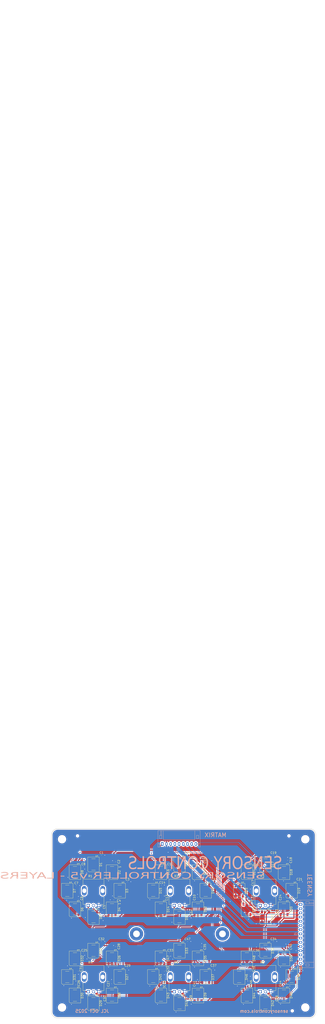
<source format=kicad_pcb>
(kicad_pcb (version 20241229) (generator "pcbnew") (generator_version "9.0")
  (layers (0 "F.Cu" signal) (2 "B.Cu" signal) (13 "F.Paste" user) (15 "B.Paste" user) (5 "F.SilkS" user "F.Silkscreen") (7 "B.SilkS" user "B.Silkscreen") (1 "F.Mask" user) (3 "B.Mask" user) (25 "Edge.Cuts" user))
  (net 0 "")
  (net 1 "+5V")
  (net 2 "GND")
  (net 3 "Net-(D1-DOUT)")
  (net 4 "/LED_IN")
  (net 5 "Net-(D2-DOUT)")
  (net 6 "Net-(D3-DOUT)")
  (net 7 "Net-(D4-DOUT)")
  (net 8 "Net-(D5-DOUT)")
  (net 9 "Net-(D6-DOUT)")
  (net 10 "Net-(D7-DOUT)")
  (net 11 "Net-(D8-DOUT)")
  (net 12 "Net-(D10-DIN)")
  (net 13 "Net-(D10-DOUT)")
  (net 14 "Net-(D11-DOUT)")
  (net 15 "Net-(D12-DOUT)")
  (net 16 "Net-(D13-DOUT)")
  (net 17 "Net-(D14-DOUT)")
  (net 18 "Net-(D15-DOUT)")
  (net 19 "Net-(D16-DOUT)")
  (net 20 "Net-(D17-DOUT)")
  (net 21 "Net-(D18-DOUT)")
  (net 22 "Net-(D19-DOUT)")
  (net 23 "Net-(D20-DOUT)")
  (net 24 "Net-(D21-DOUT)")
  (net 25 "Net-(D22-DOUT)")
  (net 26 "Net-(D23-DOUT)")
  (net 27 "Net-(D24-DOUT)")
  (net 28 "Net-(D25-DOUT)")
  (net 29 "Net-(D26-DOUT)")
  (net 30 "Net-(D27-DOUT)")
  (net 31 "Net-(D28-DOUT)")
  (net 32 "Net-(D29-DOUT)")
  (net 33 "Net-(D30-DOUT)")
  (net 34 "Net-(D31-DOUT)")
  (net 35 "Net-(D32-DOUT)")
  (net 36 "Net-(D33-DOUT)")
  (net 37 "Net-(D34-DIN)")
  (net 38 "Net-(D34-DOUT)")
  (net 39 "Net-(D35-DOUT)")
  (net 40 "Net-(D36-DOUT)")
  (net 41 "Net-(D37-DOUT)")
  (net 42 "Net-(D38-DOUT)")
  (net 43 "Net-(D39-DOUT)")
  (net 44 "Net-(D40-DOUT)")
  (net 45 "Net-(D41-DOUT)")
  (net 46 "Net-(D42-DOUT)")
  (net 47 "Net-(D43-DOUT)")
  (net 48 "Net-(D44-DOUT)")
  (net 49 "Net-(D45-DOUT)")
  (net 50 "Net-(D46-DOUT)")
  (net 51 "/LED_OUT")
  (net 52 "/Layer3_pot")
  (net 53 "/Layer1_pot")
  (net 54 "/Layer6_pot")
  (net 55 "/Layer4_pot")
  (net 56 "/Layer2_pot")
  (net 57 "/Layer5_pot")
  (net 58 "/S_1")
  (net 59 "/S_2")
  (net 60 "/E_2")
  (net 61 "/E_button")
  (net 62 "/E_1")
  (net 63 "/S_button")
  (footprint "Capacitor_SMD:C_0402_1005Metric" (layer "F.Cu") (at 50.602 297.8 90)
    (property "Reference" "C6")
    (property "Value" "100n")
  )
  (footprint "LED_SMD:LED_WS2812B_PLCC4_5.0x5.0mm_P3.2mm" (layer "F.Cu") (at 148.640835 325.861164 -90)
    (property "Reference" "D36")
    (property "Value" "WS2812B")
  )
  (footprint "Capacitor_SMD:C_0402_1005Metric" (layer "F.Cu") (at 90.402 338.4 90)
    (property "Reference" "C43")
    (property "Value" "100n")
  )
  (footprint "LED_SMD:LED_WS2812B_PLCC4_5.0x5.0mm_P3.2mm" (layer "F.Cu") (at 48.963165 284.861164 -90)
    (property "Reference" "D8")
    (property "Value" "WS2812B")
  )
  (footprint "LED_SMD:LED_WS2812B_PLCC4_5.0x5.0mm_P3.2mm" (layer "F.Cu") (at 98.802 306.199999 -90)
    (property "Reference" "D13")
    (property "Value" "WS2812B")
  )
  (footprint "MountingHole:MountingHole_3.5mm" (layer "F.Cu") (at 158.802 349.199999)
    (property "Reference" "H5" (hide yes))
    (property "Value" "MountingHole")
  )
  (footprint "Capacitor_SMD:C_0402_1005Metric" (layer "F.Cu") (at 68.402 320.2 90)
    (property "Reference" "C28")
    (property "Value" "100n")
  )
  (footprint "LED_SMD:LED_WS2812B_PLCC4_5.0x5.0mm_P3.2mm" (layer "F.Cu") (at 107.640835 284.861164 -90)
    (property "Reference" "D10")
    (property "Value" "WS2812B")
  )
  (footprint "Capacitor_SMD:C_0402_1005Metric" (layer "F.Cu") (at 49.402 338.4 90)
    (property "Reference" "C26")
    (property "Value" "100n")
  )
  (footprint "Capacitor_SMD:C_0402_1005Metric" (layer "F.Cu") (at 131.402 338.4 90)
    (property "Reference" "C46")
    (property "Value" "100n")
  )
  (footprint "LED_SMD:LED_WS2812B_PLCC4_5.0x5.0mm_P3.2mm" (layer "F.Cu") (at 57.802 347.199999 -90)
    (property "Reference" "D29")
    (property "Value" "WS2812B")
  )
  (footprint "Capacitor_SMD:C_0402_1005Metric" (layer "F.Cu") (at 50.602 331.9 -90)
    (property "Reference" "C31")
    (property "Value" "100n")
  )
  (footprint "LED_SMD:LED_WS2812B_PLCC4_5.0x5.0mm_P3.2mm" (layer "F.Cu") (at 148.640835 284.861164 -90)
    (property "Reference" "D18")
    (property "Value" "WS2812B")
  )
  (footprint "Capacitor_SMD:C_0402_1005Metric" (layer "F.Cu") (at 91.602 297.8 90)
    (property "Reference" "C13")
    (property "Value" "100n")
  )
  (footprint "Capacitor_SMD:C_0402_1005Metric" (layer "F.Cu") (at 132.602 331.9 -90)
    (property "Reference" "C48")
    (property "Value" "100n")
  )
  (footprint "LED_SMD:LED_WS2812B_PLCC4_5.0x5.0mm_P3.2mm" (layer "F.Cu") (at 98.802 281.199999 -90)
    (property "Reference" "D9")
    (property "Value" "WS2812B")
  )
  (footprint "Capacitor_SMD:C_0402_1005Metric" (layer "F.Cu") (at 115.002 330.4)
    (property "Reference" "C37")
    (property "Value" "100n")
  )
  (footprint "Capacitor_SMD:C_0402_1005Metric" (layer "F.Cu") (at 74.002 330.4)
    (property "Reference" "C29")
    (property "Value" "100n")
  )
  (footprint "Capacitor_SMD:C_0402_1005Metric" (layer "F.Cu") (at 49.602 291.2)
    (property "Reference" "C7")
    (property "Value" "100n")
  )
  (footprint "Capacitor_SMD:C_0402_1005Metric" (layer "F.Cu") (at 68.402 279.92 90)
    (property "Reference" "C2")
    (property "Value" "100n")
  )
  (footprint "LED_SMD:LED_WS2812B_PLCC4_5.0x5.0mm_P3.2mm" (layer "F.Cu") (at 48.963165 302.538834 -90)
    (property "Reference" "D6")
    (property "Value" "WS2812B")
  )
  (footprint "Capacitor_SMD:C_0402_1005Metric" (layer "F.Cu") (at 67.482 298 180)
    (property "Reference" "C4")
    (property "Value" "100n")
  )
  (footprint "LED_SMD:LED_WS2812B_PLCC4_5.0x5.0mm_P3.2mm" (layer "F.Cu") (at 86.302 293.699999 -90)
    (property "Reference" "D15")
    (property "Value" "WS2812B")
  )
  (footprint "Capacitor_SMD:C_0402_1005Metric" (layer "F.Cu") (at 132.602 290.9 -90)
    (property "Reference" "C17")
    (property "Value" "100n")
  )
  (footprint "Capacitor_SMD:C_0402_1005Metric" (layer "F.Cu") (at 61.602 276.8)
    (property "Reference" "C1")
    (property "Value" "100n")
  )
  (footprint "LED_SMD:LED_WS2812B_PLCC4_5.0x5.0mm_P3.2mm" (layer "F.Cu") (at 130.963165 325.861164 -90)
    (property "Reference" "D48")
    (property "Value" "WS2812B")
  )
  (footprint "LED_SMD:LED_WS2812B_PLCC4_5.0x5.0mm_P3.2mm" (layer "F.Cu") (at 57.802 281.199999 -90)
    (property "Reference" "D1")
    (property "Value" "WS2812B")
  )
  (footprint "MountingHole:ToolingHole_1.152mm" (layer "F.Cu") (at 50.202 267.599999)
    (property "Reference" "H9" (hide yes))
    (property "Value" "MountingHole")
  )
  (footprint "Potentiometer_THT:TRIM_PT01-D130D-B103" (layer "F.Cu") (at 139.802 334.699999)
    (property "Reference" "R6")
    (property "Value" "PT01-D130D-B103")
  )
  (footprint "LED_SMD:LED_WS2812B_PLCC4_5.0x5.0mm_P3.2mm" (layer "F.Cu") (at 139.802 347.199999 -90)
    (property "Reference" "D42")
    (property "Value" "WS2812B")
  )
  (footprint "Capacitor_SMD:C_0402_1005Metric" (layer "F.Cu") (at 90.202 291)
    (property "Reference" "C14")
    (property "Value" "100n")
  )
  (footprint "LED_SMD:LED_WS2812B_PLCC4_5.0x5.0mm_P3.2mm" (layer "F.Cu") (at 139.802 306.199999 -90)
    (property "Reference" "D21")
    (property "Value" "WS2812B")
  )
  (footprint "LED_SMD:LED_WS2812B_PLCC4_5.0x5.0mm_P3.2mm" (layer "F.Cu") (at 66.640835 284.861164 -90)
    (property "Reference" "D2")
    (property "Value" "WS2812B")
  )
  (footprint "MountingHole:MountingHole_3.5mm" (layer "F.Cu") (at 42.802 349.199999)
    (property "Reference" "H2" (hide yes))
    (property "Value" "MountingHole")
  )
  (footprint "LED_SMD:LED_WS2812B_PLCC4_5.0x5.0mm_P3.2mm" (layer "F.Cu") (at 139.802 322.199999 -90)
    (property "Reference" "D34")
    (property "Value" "WS2812B")
  )
  (footprint "MountingHole:MountingHole_3.2mm_M3_Pad" (layer "F.Cu") (at 78.302 314.199999)
    (property "Reference" "H6" (hide yes))
    (property "Value" "MountingHole")
  )
  (footprint "Capacitor_SMD:C_0402_1005Metric" (layer "F.Cu") (at 132.602 297.8 90)
    (property "Reference" "C22")
    (property "Value" "100n")
  )
  (footprint "MountingHole:ToolingHole_1.152mm" (layer "F.Cu") (at 152.602 350.799999)
    (property "Reference" "H7" (hide yes))
    (property "Value" "MountingHole")
  )
  (footprint "LED_SMD:LED_WS2812B_PLCC4_5.0x5.0mm_P3.2mm" (layer "F.Cu") (at 45.302 334.699999 -90)
    (property "Reference" "D31")
    (property "Value" "WS2812B")
  )
  (footprint "Capacitor_SMD:C_0402_1005Metric" (layer "F.Cu") (at 91.602 331.9 -90)
    (property "Reference" "C45")
    (property "Value" "100n")
  )
  (footprint "LED_SMD:LED_WS2812B_PLCC4_5.0x5.0mm_P3.2mm" (layer "F.Cu") (at 111.302 293.699999 -90)
    (property "Reference" "D11")
    (property "Value" "WS2812B")
  )
  (footprint "LED_SMD:LED_WS2812B_PLCC4_5.0x5.0mm_P3.2mm" (layer "F.Cu") (at 107.640835 302.538834 -90)
    (property "Reference" "D12")
    (property "Value" "WS2812B")
  )
  (footprint "LED_SMD:LED_WS2812B_PLCC4_5.0x5.0mm_P3.2mm" (layer "F.Cu") (at 107.640835 343.538834 -90)
    (property "Reference" "D39")
    (property "Value" "WS2812B")
  )
  (footprint "Capacitor_SMD:C_0402_1005Metric" (layer "F.Cu") (at 107.402 337.9 90)
    (property "Reference" "C41")
    (property "Value" "100n")
  )
  (footprint "Capacitor_SMD:C_0402_1005Metric" (layer "F.Cu") (at 107.402 296.9 90)
    (property "Reference" "C10")
    (property "Value" "100n")
  )
  (footprint "Capacitor_SMD:C_0402_1005Metric" (layer "F.Cu") (at 66.402 337.9 90)
    (property "Reference" "C27")
    (property "Value" "100n")
  )
  (footprint "Capacitor_SMD:C_0402_1005Metric" (layer "F.Cu") (at 148.402 337.9 90)
    (property "Reference" "C44")
    (property "Value" "100n")
  )
  (footprint "LED_SMD:LED_WS2812B_PLCC4_5.0x5.0mm_P3.2mm" (layer "F.Cu") (at 111.302 334.699999 -90)
    (property "Reference" "D37")
    (property "Value" "WS2812B")
  )
  (footprint "Potentiometer_THT:TRIM_PT01-D130D-B103" (layer "F.Cu") (at 57.802 293.699999)
    (property "Reference" "R1")
    (property "Value" "PT01-D130D-B103")
  )
  (footprint "Potentiometer_THT:TRIM_PT01-D130D-B103" (layer "F.Cu") (at 57.802 334.699999)
    (property "Reference" "R4")
    (property "Value" "PT01-D130D-B103")
  )
  (footprint "LED_SMD:LED_WS2812B_PLCC4_5.0x5.0mm_P3.2mm" (layer "F.Cu") (at 48.963165 325.861164 -90)
    (property "Reference" "D32")
    (property "Value" "WS2812B")
  )
  (footprint "LED_SMD:LED_WS2812B_PLCC4_5.0x5.0mm_P3.2mm" (layer "F.Cu") (at 107.640835 325.861164 -90)
    (property "Reference" "D35")
    (property "Value" "WS2812B")
  )
  (footprint "LED_SMD:LED_WS2812B_PLCC4_5.0x5.0mm_P3.2mm" (layer "F.Cu") (at 89.963165 343.538834 -90)
    (property "Reference" "D43")
    (property "Value" "WS2812B")
  )
  (footprint "LED_SMD:LED_WS2812B_PLCC4_5.0x5.0mm_P3.2mm" (layer "F.Cu") (at 57.802 322.199999 -90)
    (property "Reference" "D25")
    (property "Value" "WS2812B")
  )
  (footprint "MountingHole:MountingHole_3.5mm" (layer "F.Cu") (at 42.802 269.199999)
    (property "Reference" "H1" (hide yes))
    (property "Value" "MountingHole")
  )
  (footprint "Capacitor_SMD:C_0402_1005Metric" (layer "F.Cu") (at 61.602 317.8)
    (property "Reference" "C32")
    (property "Value" "100n")
  )
  (footprint "LED_SMD:LED_WS2812B_PLCC4_5.0x5.0mm_P3.2mm" (layer "F.Cu") (at 152.302 293.699999 -90)
    (property "Reference" "D19")
    (property "Value" "WS2812B")
  )
  (footprint "Capacitor_SMD:C_0402_1005Metric" (layer "F.Cu") (at 102.602 276.8)
    (property "Reference" "C15")
    (property "Value" "100n")
  )
  (footprint "Capacitor_SMD:C_0402_1005Metric" (layer "F.Cu") (at 102.602 317.8)
    (property "Reference" "C47")
    (property "Value" "100n")
  )
  (footprint "Capacitor_SMD:C_0402_1005Metric" (layer "F.Cu") (at 143.602 276.8)
    (property "Reference" "C19")
    (property "Value" "100n")
  )
  (footprint "LED_SMD:LED_WS2812B_PLCC4_5.0x5.0mm_P3.2mm" (layer "F.Cu") (at 45.302 293.699999 -90)
    (property "Reference" "D7")
    (property "Value" "WS2812B")
  )
  (footprint "LED_SMD:LED_WS2812B_PLCC4_5.0x5.0mm_P3.2mm" (layer "F.Cu") (at 66.640835 343.538834 -90)
    (property "Reference" "D28")
    (property "Value" "WS2812B")
  )
  (footprint "Capacitor_SMD:C_0402_1005Metric" (layer "F.Cu") (at 134.802 282.6)
    (property "Reference" "C20")
    (property "Value" "100n")
  )
  (footprint "Potentiometer_THT:TRIM_PT01-D130D-B103" (layer "F.Cu") (at 98.802 334.699999)
    (property "Reference" "R5")
    (property "Value" "PT01-D130D-B103")
  )
  (footprint "LED_SMD:LED_WS2812B_PLCC4_5.0x5.0mm_P3.2mm" (layer "F.Cu") (at 48.963165 343.538834 -90)
    (property "Reference" "D30")
    (property "Value" "WS2812B")
  )
  (footprint "Capacitor_SMD:C_0402_1005Metric" (layer "F.Cu") (at 143.602 317.8)
    (property "Reference" "C34")
    (property "Value" "100n")
  )
  (footprint "Capacitor_SMD:C_0402_1005Metric" (layer "F.Cu") (at 94.002 282.2)
    (property "Reference" "C11")
    (property "Value" "100n")
  )
  (footprint "Capacitor_SMD:C_0402_1005Metric" (layer "F.Cu") (at 53.002 323.2)
    (property "Reference" "C25")
    (property "Value" "100n")
  )
  (footprint "Potentiometer_THT:TRIM_PT01-D130D-B103" (layer "F.Cu") (at 98.802 293.699999)
    (property "Reference" "R2")
    (property "Value" "PT01-D130D-B103")
  )
  (footprint "LED_SMD:LED_WS2812B_PLCC4_5.0x5.0mm_P3.2mm" (layer "F.Cu") (at 70.302 293.699999 -90)
    (property "Reference" "D3")
    (property "Value" "WS2812B")
  )
  (footprint "Capacitor_SMD:C_0402_1005Metric" (layer "F.Cu") (at 62.002 344.68 90)
    (property "Reference" "C30")
    (property "Value" "100n")
  )
  (footprint "Potentiometer_THT:TRIM_PT01-D130D-B103" (layer "F.Cu") (at 139.802 293.699999)
    (property "Reference" "R3")
    (property "Value" "PT01-D130D-B103")
  )
  (footprint "Capacitor_SMD:C_0402_1005Metric" (layer "F.Cu") (at 148.402 296.9 90)
    (property "Reference" "C24")
    (property "Value" "100n")
  )
  (footprint "Capacitor_SMD:C_0402_1005Metric" (layer "F.Cu") (at 103.002 303.68 90)
    (property "Reference" "C12")
    (property "Value" "100n")
  )
  (footprint "Capacitor_SMD:C_0402_1005Metric" (layer "F.Cu") (at 144.002 303.68 90)
    (property "Reference" "C23")
    (property "Value" "100n")
  )
  (footprint "Capacitor_SMD:C_0402_1005Metric" (layer "F.Cu") (at 150.402 279.2 90)
    (property "Reference" "C18")
    (property "Value" "100n")
  )
  (footprint "LED_SMD:LED_WS2812B_PLCC4_5.0x5.0mm_P3.2mm" (layer "F.Cu") (at 70.302 334.699999 -90)
    (property "Reference" "D27")
    (property "Value" "WS2812B")
  )
  (footprint "LED_SMD:LED_WS2812B_PLCC4_5.0x5.0mm_P3.2mm" (layer "F.Cu") (at 130.963165 284.861164 -90)
    (property "Reference" "D24")
    (property "Value" "WS2812B")
  )
  (footprint "LED_SMD:LED_WS2812B_PLCC4_5.0x5.0mm_P3.2mm" (layer "F.Cu") (at 127.302 293.699999 -90)
    (property "Reference" "D23")
    (property "Value" "WS2812B")
  )
  (footprint "LED_SMD:LED_WS2812B_PLCC4_5.0x5.0mm_P3.2mm" (layer "F.Cu") (at 66.640835 325.861164 -90)
    (property "Reference" "D26")
    (property "Value" "WS2812B")
  )
  (footprint "MountingHole:MountingHole_3.2mm_M3_Pad" (layer "F.Cu") (at 119.302 314.199999)
    (property "Reference" "H4" (hide yes))
    (property "Value" "MountingHole")
  )
  (footprint "LED_SMD:LED_WS2812B_PLCC4_5.0x5.0mm_P3.2mm" (layer "F.Cu") (at 139.802 281.199999 -90)
    (property "Reference" "D17")
    (property "Value" "WS2812B")
  )
  (footprint "Capacitor_SMD:C_0402_1005Metric" (layer "F.Cu") (at 94.002 323.2)
    (property "Reference" "C33")
    (property "Value" "100n")
  )
  (footprint "Capacitor_SMD:C_0402_1005Metric" (layer "F.Cu") (at 135.002 323.2)
    (property "Reference" "C36")
    (property "Value" "100n")
  )
  (footprint "LED_SMD:LED_WS2812B_PLCC4_5.0x5.0mm_P3.2mm" (layer "F.Cu") (at 86.302 334.699999 -90)
    (property "Reference" "D45")
    (property "Value" "WS2812B")
  )
  (footprint "LED_SMD:LED_WS2812B_PLCC4_5.0x5.0mm_P3.2mm" (layer "F.Cu") (at 127.302 334.699999 -90)
    (property "Reference" "D46")
    (property "Value" "WS2812B")
  )
  (footprint "Capacitor_SMD:C_0402_1005Metric" (layer "F.Cu") (at 144.002 344.68 90)
    (property "Reference" "C38")
    (property "Value" "100n")
  )
  (footprint "Capacitor_SMD:C_0402_1005Metric" (layer "F.Cu") (at 53.002 282.2)
    (property "Reference" "C8")
    (property "Value" "100n")
  )
  (footprint "LED_SMD:LED_WS2812B_PLCC4_5.0x5.0mm_P3.2mm" (layer "F.Cu") (at 89.963165 302.538834 -90)
    (property "Reference" "D14")
    (property "Value" "WS2812B")
  )
  (footprint "Capacitor_SMD:C_0402_1005Metric" (layer "F.Cu") (at 103.002 344.68 90)
    (property "Reference" "C39")
    (property "Value" "100n")
  )
  (footprint "LED_SMD:LED_WS2812B_PLCC4_5.0x5.0mm_P3.2mm" (layer "F.Cu") (at 66.640835 302.538834 -90)
    (property "Reference" "D4")
    (property "Value" "WS2812B")
  )
  (footprint "LED_SMD:LED_WS2812B_PLCC4_5.0x5.0mm_P3.2mm" (layer "F.Cu") (at 57.802 306.199999 -90)
    (property "Reference" "D5")
    (property "Value" "WS2812B")
  )
  (footprint "LED_SMD:LED_WS2812B_PLCC4_5.0x5.0mm_P3.2mm" (layer "F.Cu") (at 98.802 322.199999 -90)
    (property "Reference" "D33")
    (property "Value" "WS2812B")
  )
  (footprint "LED_SMD:LED_WS2812B_PLCC4_5.0x5.0mm_P3.2mm" (layer "F.Cu") (at 130.963165 343.538834 -90)
    (property "Reference" "D44")
    (property "Value" "WS2812B")
  )
  (footprint "Capacitor_SMD:C_0402_1005Metric" (layer "F.Cu") (at 74.002 289.4)
    (property "Reference" "C3")
    (property "Value" "100n")
  )
  (footprint "LED_SMD:LED_WS2812B_PLCC4_5.0x5.0mm_P3.2mm" (layer "F.Cu") (at 148.640835 343.538834 -90)
    (property "Reference" "D40")
    (property "Value" "WS2812B")
  )
  (footprint "LED_SMD:LED_WS2812B_PLCC4_5.0x5.0mm_P3.2mm" (layer "F.Cu") (at 89.963165 325.861164 -90)
    (property "Reference" "D47")
    (property "Value" "WS2812B")
  )
  (footprint "LED_SMD:LED_WS2812B_PLCC4_5.0x5.0mm_P3.2mm" (layer "F.Cu") (at 148.640835 302.538834 -90)
    (property "Reference" "D20")
    (property "Value" "WS2812B")
  )
  (footprint "LED_SMD:LED_WS2812B_PLCC4_5.0x5.0mm_P3.2mm" (layer "F.Cu") (at 89.963165 284.861164 -90)
    (property "Reference" "D16")
    (property "Value" "WS2812B")
  )
  (footprint "Capacitor_SMD:C_0402_1005Metric" (layer "F.Cu") (at 156.002 289.4)
    (property "Reference" "C21")
    (property "Value" "100n")
  )
  (footprint "Capacitor_SMD:C_0402_1005Metric" (layer "F.Cu") (at 150.402 320.4 90)
    (property "Reference" "C40")
    (property "Value" "100n")
  )
  (footprint "Capacitor_SMD:C_0402_1005Metric" (layer "F.Cu") (at 109.402 279.4 90)
    (property "Reference" "C16")
    (property "Value" "100n")
  )
  (footprint "MountingHole:ToolingHole_1.152mm" (layer "F.Cu") (at 151.002 267.599999)
    (property "Reference" "H8" (hide yes))
    (property "Value" "MountingHole")
  )
  (footprint "Capacitor_SMD:C_0402_1005Metric" (layer "F.Cu") (at 109.402 320.4 90)
    (property "Reference" "C35")
    (property "Value" "100n")
  )
  (footprint "Capacitor_SMD:C_0402_1005Metric" (layer "F.Cu") (at 62.002 303.68 90)
    (property "Reference" "C5")
    (property "Value" "100n")
  )
  (footprint "Capacitor_SMD:C_0402_1005Metric" (layer "F.Cu") (at 156.202 331.6)
    (property "Reference" "C42")
    (property "Value" "100n")
  )
  (footprint "LED_SMD:LED_WS2812B_PLCC4_5.0x5.0mm_P3.2mm" (layer "F.Cu") (at 130.963165 302.538834 -90)
    (property "Reference" "D22")
    (property "Value" "WS2812B")
  )
  (footprint "MountingHole:MountingHole_3.5mm" (layer "F.Cu") (at 158.802 269.199999)
    (property "Reference" "H3" (hide yes))
    (property "Value" "MountingHole")
  )
  (footprint "LED_SMD:LED_WS2812B_PLCC4_5.0x5.0mm_P3.2mm" (layer "F.Cu") (at 98.802 347.199999 -90)
    (property "Reference" "D41")
    (property "Value" "WS2812B")
  )
  (footprint "LED_SMD:LED_WS2812B_PLCC4_5.0x5.0mm_P3.2mm" (layer "F.Cu") (at 152.302 334.699999 -90)
    (property "Reference" "D38")
    (property "Value" "WS2812B")
  )
  (footprint "Capacitor_SMD:C_0402_1005Metric" (layer "F.Cu") (at 115.002 289.4)
    (property "Reference" "C9")
    (property "Value" "100n")
  )
  (footprint "Connector_JST:JST_PH_S9B-PH-K_1x09_P2.00mm_Horizontal" (layer "B.Cu") (at 90.602 271.45)
    (property "Reference" "J2")
    (property "Value" "Conn_01x09_Pin")
  )
  (footprint "Connector_JST:JST_PH_S15B-PH-K_1x15_P2.00mm_Horizontal" (layer "B.Cu") (at 156.552 300.2 -90)
    (property "Reference" "J1")
    (property "Value" "Conn_01x15_Pin")
  )
  (gr_line (start 40.802 354.199998) (end 160.801999 354.199998) (stroke (width 0.2)) (layer "Edge.Cuts"))
  (gr_line (start 37.801999 267.199999) (end 37.801999 351.199997) (stroke (width 0.2)) (layer "Edge.Cuts"))
  (gr_arc (start 163.801999 351.199998) (mid 162.923319 353.321318) (end 160.801999 354.199998) (stroke (width 0.2)) (layer "Edge.Cuts"))
  (gr_arc (start 40.802 354.199998) (mid 38.680679 353.321318) (end 37.801999 351.199997) (stroke (width 0.2)) (layer "Edge.Cuts"))
  (gr_line (start 40.802001 264.199998) (end 160.801999 264.199998) (stroke (width 0.2)) (layer "Edge.Cuts"))
  (gr_arc (start 160.801999 264.199998) (mid 162.923319 265.078678) (end 163.801999 267.199998) (stroke (width 0.2)) (layer "Edge.Cuts"))
  (gr_arc (start 37.801999 267.199999) (mid 38.680679 265.078678) (end 40.802001 264.199998) (stroke (width 0.2)) (layer "Edge.Cuts"))
  (gr_line (start 163.801999 267.199998) (end 163.801999 351.199998) (stroke (width 0.2)) (layer "Edge.Cuts"))
  (gr_text "sensorycontrols.com" (at 150.802 351.8 0) (layer "B.SilkS") (effects (font (size 1.5 1.5) (thickness 0.3) (bold yes)) (justify left bottom mirror)))
  (gr_text "SENSORY CONTROLLER v5 - LAYERS" (at 139.602 288.4 0) (layer "B.SilkS") (effects (font (size 3 5) (thickness 0.1)) (justify left bottom mirror)))
  (gr_text "MATRIX" (at 116.002 267.2 0) (layer "B.SilkS") (effects (font (size 2 2) (thickness 0.3)) (justify mirror)))
  (gr_text "SENSORY CONTROLS" (at 147.802 284.4 0) (layer "B.SilkS") (effects (font (size 6 5) (thickness 0.1)) (justify left bottom mirror)))
  (gr_text "JCL OCT 2025" (at 65.402 351.8 0) (layer "B.SilkS") (effects (font (size 1.5 1.5) (thickness 0.3) (bold yes)) (justify left bottom mirror)))
  (gr_text "TEENSY" (at 161.002 291 90) (layer "B.SilkS") (effects (font (size 2 2) (thickness 0.3)) (justify mirror)))
  (segment (start 73.402 302.9) (end 73.402 292.699999) (width 0.5) (layer "F.Cu") (net 1))
  (segment (start 96.402 302.4) (end 93.924331 302.4) (width 0.5) (layer "F.Cu") (net 1))
  (segment (start 109.402 323.299999) (end 109.290835 323.411164) (width 0.5) (layer "F.Cu") (net 1))
  (segment (start 64.779671 319.9) (end 64.62967 319.749999) (width 0.5) (layer "F.Cu") (net 1))
  (segment (start 50.613165 320.188835) (end 50.613165 323.411164) (width 0.5) (layer "F.Cu") (net 1))
  (segment (start 51.22433 300.699999) (end 50.613165 300.088834) (width 0.5) (layer "F.Cu") (net 1))
  (segment (start 59.452 278.749999) (end 59.452 277.55) (width 0.5) (layer "F.Cu") (net 1))
  (segment (start 90.402 338.88) (end 90.402 339.877669) (width 0.5) (layer "F.Cu") (net 1))
  (segment (start 73.402 292.699999) (end 71.952 291.249999) (width 0.5) (layer "F.Cu") (net 1))
  (segment (start 148.502 347.9) (end 145.002 351.4) (width 0.5) (layer "F.Cu") (net 1))
  (segment (start 98.602001 317.9) (end 93.902 317.9) (width 0.5) (layer "F.Cu") (net 1))
  (segment (start 146.779671 278.9) (end 146.62967 278.749999) (width 0.5) (layer "F.Cu") (net 1))
  (segment (start 100.452 278.749999) (end 100.452 277.55) (width 0.5) (layer "F.Cu") (net 1))
  (segment (start 148.502 306.9) (end 145.002 310.4) (width 0.5) (layer "F.Cu") (net 1))
  (segment (start 60.202 276.8) (end 61.122 276.8) (width 0.5) (layer "F.Cu") (net 1))
  (segment (start 150.290835 299.268835) (end 148.402 297.38) (width 0.5) (layer "F.Cu") (net 1))
  (segment (start 100.452 319.749999) (end 105.62967 319.749999) (width 0.5) (layer "F.Cu") (net 1))
  (segment (start 100.452 319.749999) (end 98.602001 317.9) (width 0.5) (layer "F.Cu") (net 1))
  (segment (start 100.452 278.749999) (end 105.62967 278.749999) (width 0.5) (layer "F.Cu") (net 1))
  (segment (start 150.290835 282.411164) (end 153.952 286.072329) (width 0.5) (layer "F.Cu") (net 1))
  (segment (start 93.902 317.9) (end 91.613165 320.188835) (width 0.5) (layer "F.Cu") (net 1))
  (segment (start 141.452 344.749999) (end 141.862001 345.16) (width 0.5) (layer "F.Cu") (net 1))
  (segment (start 105.779671 319.9) (end 105.62967 319.749999) (width 0.5) (layer "F.Cu") (net 1))
  (segment (start 100.452 277.55) (end 101.202 276.8) (width 0.5) (layer "F.Cu") (net 1))
  (segment (start 148.602 301.777669) (end 148.602 306.8) (width 0.5) (layer "F.Cu") (net 1))
  (segment (start 141.862001 304.16) (end 144.002 304.16) (width 0.5) (layer "F.Cu") (net 1))
  (segment (start 47.001999 291.2) (end 46.952 291.249999) (width 0.5) (layer "F.Cu") (net 1))
  (segment (start 109.290835 282.411164) (end 112.952 286.072329) (width 0.5) (layer "F.Cu") (net 1))
  (segment (start 52.924331 343.4) (end 50.613165 341.088834) (width 0.5) (layer "F.Cu") (net 1))
  (segment (start 50.613165 300.088834) (end 49.202 298.677669) (width 0.5) (layer "F.Cu") (net 1))
  (segment (start 150.402 282.299999) (end 150.290835 282.411164) (width 0.5) (layer "F.Cu") (net 1))
  (segment (start 107.502 306.9) (end 104.002 310.4) (width 0.5) (layer "F.Cu") (net 1))
  (segment (start 100.452 303.749999) (end 99.102001 302.4) (width 0.5) (layer "F.Cu") (net 1))
  (segment (start 112.952 327.072329) (end 112.952 332.249999) (width 0.5) (layer "F.Cu") (net 1))
  (segment (start 142.202 317.8) (end 143.122 317.8) (width 0.5) (layer "F.Cu") (net 1))
  (segment (start 69.502 306.8) (end 73.402 302.9) (width 0.5) (layer "F.Cu") (net 1))
  (segment (start 139.602001 317.9) (end 139.602001 310.999999) (width 0.5) (layer "F.Cu") (net 1))
  (segment (start 91.613165 300.088834) (end 90.202 298.677669) (width 0.5) (layer "F.Cu") (net 1))
  (segment (start 100.452 318.55) (end 101.202 317.8) (width 0.5) (layer "F.Cu") (net 1))
  (segment (start 99.202 310.4) (end 99.202 304.999999) (width 0.5) (layer "F.Cu") (net 1))
  (segment (start 140.202 345.999999) (end 141.452 344.749999) (width 0.5) (layer "F.Cu") (net 1))
  (segment (start 148.602 347.8) (end 151.502 347.8) (width 0.5) (layer "F.Cu") (net 1))
  (segment (start 73.402 289.4) (end 73.522 289.4) (width 0.5) (layer "F.Cu") (net 1))
  (segment (start 73.402 333.699999) (end 71.952 332.249999) (width 0.5) (layer "F.Cu") (net 1))
  (segment (start 68.402 280.4) (end 68.402 282.299999) (width 0.5) (layer "F.Cu") (net 1))
  (segment (start 91.613165 341.088834) (end 91.613165 335.911164) (width 0.5) (layer "F.Cu") (net 1))
  (segment (start 105.779671 319.9) (end 109.290835 323.411164) (width 0.5) (layer "F.Cu") (net 1))
  (segment (start 59.452 277.55) (end 60.202 276.8) (width 0.5) (layer "F.Cu") (net 1))
  (segment (start 131.402 338.88) (end 131.402 339.877669) (width 0.5) (layer "F.Cu") (net 1))
  (segment (start 49.202 293.499999) (end 46.952 291.249999) (width 0.5) (layer "F.Cu") (net 1))
  (segment (start 59.452 278.749999) (end 57.602001 276.9) (width 0.5) (layer "F.Cu") (net 1))
  (segment (start 153.952 290.85) (end 155.402 289.4) (width 0.5) (layer "F.Cu") (net 1))
  (segment (start 132.824329 323.2) (end 134.522 323.2) (width 0.5) (layer "F.Cu") (net 1))
  (segment (start 139.602001 310.999999) (end 140.202 310.4) (width 0.5) (layer "F.Cu") (net 1))
  (segment (start 140.202 310.4) (end 140.202 304.999999) (width 0.5) (layer "F.Cu") (net 1))
  (segment (start 150.290835 323.411164) (end 153.952 327.072329) (width 0.5) (layer "F.Cu") (net 1))
  (segment (start 140.102001 343.4) (end 134.924331 343.4) (width 0.5) (layer "F.Cu") (net 1))
  (segment (start 68.290835 300.088834) (end 66.602 301.777669) (width 0.5) (layer "F.Cu") (net 1))
  (segment (start 50.824329 282.2) (end 52.522 282.2) (width 0.5) (layer "F.Cu") (net 1))
  (segment (start 150.402 320.88) (end 150.402 323.299999) (width 0.5) (layer "F.Cu") (net 1))
  (segment (start 58.102001 343.4) (end 52.924331 343.4) (width 0.5) (layer "F.Cu") (net 1))
  (segment (start 59.452 319.749999) (end 64.62967 319.749999) (width 0.5) (layer "F.Cu") (net 1))
  (segment (start 59.452 344.749999) (end 59.862001 345.16) (width 0.5) (layer "F.Cu") (net 1))
  (segment (start 93.924331 343.4) (end 91.613165 341.088834) (width 0.5) (layer "F.Cu") (net 1))
  (segment (start 137.302 341.699999) (end 133.22433 341.699999) (width 0.5) (layer "F.Cu") (net 1))
  (segment (start 109.290835 341.088834) (end 109.290835 340.268835) (width 0.5) (layer "F.Cu") (net 1))
  (segment (start 146.779671 319.9) (end 146.62967 319.749999) (width 0.5) (layer "F.Cu") (net 1))
  (segment (start 49.122 291.2) (end 47.001999 291.2) (width 0.5) (layer "F.Cu") (net 1))
  (segment (start 98.602001 317.9) (end 98.602001 310.999999) (width 0.5) (layer "F.Cu") (net 1))
  (segment (start 58.102001 302.4) (end 55.402 302.4) (width 0.5) (layer "F.Cu") (net 1))
  (segment (start 59.452 319.749999) (end 59.452 318.55) (width 0.5) (layer "F.Cu") (net 1))
  (segment (start 130.602 298.077669) (end 130.602 292.899999) (width 0.5) (layer "F.Cu") (net 1))
  (segment (start 132.613165 323.411164) (end 132.824329 323.2) (width 0.5) (layer "F.Cu") (net 1))
  (segment (start 145.002 351.4) (end 140.202 351.4) (width 0.5) (layer "F.Cu") (net 1))
  (segment (start 150.402 323.299999) (end 150.290835 323.411164) (width 0.5) (layer "F.Cu") (net 1))
  (segment (start 66.602 306.8) (end 69.502 306.8) (width 0.5) (layer "F.Cu") (net 1))
  (segment (start 59.452 344.749999) (end 58.102001 343.4) (width 0.5) (layer "F.Cu") (net 1))
  (segment (start 110.502 306.8) (end 114.402 302.9) (width 0.5) (layer "F.Cu") (net 1))
  (segment (start 100.862001 345.16) (end 103.002 345.16) (width 0.5) (layer "F.Cu") (net 1))
  (segment (start 55.302 302.3) (end 55.302 300.699999) (width 0.5) (layer "F.Cu") (net 1))
  (segment (start 100.862001 304.16) (end 103.002 304.16) (width 0.5) (layer "F.Cu") (net 1))
  (segment (start 130.602 292.899999) (end 128.952 291.249999) (width 0.5) (layer "F.Cu") (net 1))
  (segment (start 155.402 292.699999) (end 153.952 291.249999) (width 0.5) (layer "F.Cu") (net 1))
  (segment (start 153.952 286.072329) (end 153.952 291.249999) (width 0.5) (layer "F.Cu") (net 1))
  (segment (start 132.602 298.28) (end 132.602 300.077669) (width 0.5) (layer "F.Cu") (net 1))
  (segment (start 150.290835 300.088834) (end 148.602 301.777669) (width 0.5) (layer "F.Cu") (net 1))
  (segment (start 148.602 342.777669) (end 148.602 347.8) (width 0.5) (layer "F.Cu") (net 1))
  (segment (start 57.602001 317.9) (end 57.602001 310.999999) (width 0.5) (layer "F.Cu") (net 1))
  (segment (start 71.952 327.072329) (end 71.952 332.249999) (width 0.5) (layer "F.Cu") (net 1))
  (segment (start 141.452 319.749999) (end 139.602001 317.9) (width 0.5) (layer "F.Cu") (net 1))
  (segment (start 141.452 277.55) (end 142.202 276.8) (width 0.5) (layer "F.Cu") (net 1))
  (segment (start 57.602001 276.9) (end 52.902 276.9) (width 0.5) (layer "F.Cu") (net 1))
  (segment (start 89.277 272.775) (end 90.602 271.45) (width 0.5) (layer "F.Cu") (net 1))
  (segment (start 92.22433 341.699999) (end 91.613165 341.088834) (width 0.5) (layer "F.Cu") (net 1))
  (segment (start 153.501999 320.2) (end 150.290835 323.411164) (width 0.5) (layer "F.Cu") (net 1))
  (segment (start 141.452 319.749999) (end 146.62967 319.749999) (width 0.5) (layer "F.Cu") (net 1))
  (segment (start 49.202 298.677669) (end 49.202 293.499999) (width 0.5) (layer "F.Cu") (net 1))
  (segment (start 59.452 318.55) (end 60.202 317.8) (width 0.5) (layer "F.Cu") (net 1))
  (segment (start 110.502 347.8) (end 114.402 343.9) (width 0.5) (layer "F.Cu") (net 1))
  (segment (start 155.722 331.88) (end 155.722 331.6) (width 0.5) (layer "F.Cu") (net 1))
  (segment (start 132.602 331.42) (end 129.781999 331.42) (width 0.5) (layer "F.Cu") (net 1))
  (segment (start 132.613165 320.188835) (end 132.613165 323.411164) (width 0.5) (layer "F.Cu") (net 1))
  (segment (start 134.924331 343.4) (end 132.613165 341.088834) (width 0.5) (layer "F.Cu") (net 1))
  (segment (start 49.402 339.877669) (end 50.613165 341.088834) (width 0.5) (layer "F.Cu") (net 1))
  (segment (start 73.402 330.4) (end 73.522 330.4) (width 0.5) (layer "F.Cu") (net 1))
  (segment (start 50.613165 279.188835) (end 50.613165 282.411164) (width 0.5) (layer "F.Cu") (net 1))
  (segment (start 88.201999 291) (end 87.952 291.249999) (width 0.5) (layer "F.Cu") (net 1))
  (segment (start 58.202 351.4) (end 58.202 345.999999) (width 0.5) (layer "F.Cu") (net 1))
  (segment (start 141.452 278.749999) (end 146.62967 278.749999) (width 0.5) (layer "F.Cu") (net 1))
  (segment (start 55.402 302.4) (end 52.924331 302.4) (width 0.5) (layer "F.Cu") (net 1))
  (segment (start 92.402 276.9) (end 93.902 276.9) (width 0.5) (layer "F.Cu") (net 1))
  (segment (start 112.952 331.85) (end 114.402 330.4) (width 0.5) (layer "F.Cu") (net 1))
  (segment (start 141.452 278.749999) (end 139.602001 276.9) (width 0.5) (layer "F.Cu") (net 1))
  (segment (start 71.952 332.249999) (end 71.952 331.85) (width 0.5) (layer "F.Cu") (net 1))
  (segment (start 129.781999 331.42) (end 128.952 332.249999) (width 0.5) (layer "F.Cu") (net 1))
  (segment (start 99.202 345.999999) (end 100.452 344.749999) (width 0.5) (layer "F.Cu") (net 1))
  (segment (start 68.290835 341.088834) (end 68.290835 340.268835) (width 0.5) (layer "F.Cu") (net 1))
  (segment (start 155.402 289.4) (end 155.522 289.4) (width 0.5) (layer "F.Cu") (net 1))
  (segment (start 55.402 302.4) (end 55.302 302.3) (width 0.5) (layer "F.Cu") (net 1))
  (segment (start 78.835494 320.188835) (end 71.952 327.072329) (width 0.5) (layer "F.Cu") (net 1))
  (segment (start 91.602 331.42) (end 88.781999 331.42) (width 0.5) (layer "F.Cu") (net 1))
  (segment (start 146.779671 319.9) (end 150.290835 323.411164) (width 0.5) (layer "F.Cu") (net 1))
  (segment (start 132.613165 282.411164) (end 132.802001 282.6) (width 0.5) (layer "F.Cu") (net 1))
  (segment (start 57.602001 317.9) (end 52.902 317.9) (width 0.5) (layer "F.Cu") (net 1))
  (segment (start 155.402 297.9) (end 155.402 292.699999) (width 0.5) (layer "F.Cu") (net 1))
  (segment (start 129.781999 290.42) (end 128.952 291.249999) (width 0.5) (layer "F.Cu") (net 1))
  (segment (start 51.22433 341.699999) (end 50.613165 341.088834) (width 0.5) (layer "F.Cu") (net 1))
  (segment (start 109.402 282.299999) (end 109.290835 282.411164) (width 0.5) (layer "F.Cu") (net 1))
  (segment (start 55.302 341.699999) (end 51.22433 341.699999) (width 0.5) (layer "F.Cu") (net 1))
  (segment (start 139.602001 317.9) (end 134.902 317.9) (width 0.5) (layer "F.Cu") (net 1))
  (segment (start 47.781999 331.42) (end 46.952 332.249999) (width 0.5) (layer "F.Cu") (net 1))
  (segment (start 137.302 302.3) (end 137.302 300.699999) (width 0.5) (layer "F.Cu") (net 1))
  (segment (start 91.602 298.28) (end 91.602 300.077669) (width 0.5) (layer "F.Cu") (net 1))
  (segment (start 91.613165 282.411164) (end 91.824329 282.2) (width 0.5) (layer "F.Cu") (net 1))
  (segment (start 133.22433 341.699999) (end 132.613165 341.088834) (width 0.5) (layer "F.Cu") (net 1))
  (segment (start 131.402 339.877669) (end 132.613165 341.088834) (width 0.5) (layer "F.Cu") (net 1))
  (segment (start 134.924331 302.4) (end 132.613165 300.088834) (width 0.5) (layer "F.Cu") (net 1))
  (segment (start 134.902 276.9) (end 132.613165 279.188835) (width 0.5) (layer "F.Cu") (net 1))
  (segment (start 132.613165 341.088834) (end 132.613165 335.911164) (width 0.5) (layer "F.Cu") (net 1))
  (segment (start 114.402 292.699999) (end 112.952 291.249999) (width 0.5) (layer "F.Cu") (net 1))
  (segment (start 141.452 303.749999) (end 140.102001 302.4) (width 0.5) (layer "F.Cu") (net 1))
  (segment (start 132.613165 323.411164) (end 130.424329 325.6) (width 0.5) (layer "F.Cu") (net 1))
  (segment (start 141.452 344.749999) (end 140.102001 343.4) (width 0.5) (layer "F.Cu") (net 1))
  (segment (start 101.202 276.8) (end 102.122 276.8) (width 0.5) (layer "F.Cu") (net 1))
  (segment (start 141.862001 345.16) (end 144.002 345.16) (width 0.5) (layer "F.Cu") (net 1))
  (segment (start 141.452 278.749999) (end 141.452 277.55) (width 0.5) (layer "F.Cu") (net 1))
  (segment (start 100.452 278.749999) (end 98.602001 276.9) (width 0.5) (layer "F.Cu") (net 1))
  (segment (start 132.802001 282.6) (end 134.322 282.6) (width 0.5) (layer "F.Cu") (net 1))
  (segment (start 99.102001 302.4) (end 96.402 302.4) (width 0.5) (layer "F.Cu") (net 1))
  (segment (start 140.102001 302.4) (end 137.402 302.4) (width 0.5) (layer "F.Cu") (net 1))
  (segment (start 112.952 291.249999) (end 112.952 290.85) (width 0.5) (layer "F.Cu") (net 1))
  (segment (start 92.22433 300.699999) (end 91.613165 300.088834) (width 0.5) (layer "F.Cu") (net 1))
  (segment (start 109.290835 300.088834) (end 107.602 301.777669) (width 0.5) (layer "F.Cu") (net 1))
  (segment (start 109.290835 300.088834) (end 109.290835 299.268835) (width 0.5) (layer "F.Cu") (net 1))
  (segment (start 109.290835 323.411164) (end 112.952 327.072329) (width 0.5) (layer "F.Cu") (net 1))
  (segment (start 132.613165 300.088834) (end 130.602 298.077669) (width 0.5) (layer "F.Cu") (net 1))
  (segment (start 146.779671 278.9) (end 150.290835 282.411164) (width 0.5) (layer "F.Cu") (net 1))
  (segment (start 59.862001 304.16) (end 62.002 304.16) (width 0.5) (layer "F.Cu") (net 1))
  (segment (start 91.602 300.077669) (end 91.613165 300.088834) (width 0.5) (layer "F.Cu") (net 1))
  (segment (start 100.452 319.749999) (end 100.452 318.55) (width 0.5) (layer "F.Cu") (net 1))
  (segment (start 59.452 278.749999) (end 64.62967 278.749999) (width 0.5) (layer "F.Cu") (net 1))
  (segment (start 66.602 306.8) (end 66.502 306.9) (width 0.5) (layer "F.Cu") (net 1))
  (segment (start 96.302 341.699999) (end 92.22433 341.699999) (width 0.5) (layer "F.Cu") (net 1))
  (segment (start 114.402 333.699999) (end 112.952 332.249999) (width 0.5) (layer "F.Cu") (net 1))
  (segment (start 90.402 339.877669) (end 91.613165 341.088834) (width 0.5) (layer "F.Cu") (net 1))
  (segment (start 104.002 310.4) (end 99.202 310.4) (width 0.5) (layer "F.Cu") (net 1))
  (segment (start 50.613165 323.411164) (end 50.824329 323.2) (width 0.5) (layer "F.Cu") (net 1))
  (segment (start 150.290835 340.268835) (end 148.402 338.38) (width 0.5) (layer "F.Cu") (net 1))
  (segment (start 107.602 306.8) (end 110.502 306.8) (width 0.5) (layer "F.Cu") (net 1))
  (segment (start 64.62967 278.749999) (end 68.979669 274.4) (width 0.5) (layer "F.Cu") (net 1))
  (segment (start 87.652 274.4) (end 89.277 272.775) (width 0.5) (layer "F.Cu") (net 1))
  (segment (start 59.862001 345.16) (end 62.002 345.16) (width 0.5) (layer "F.Cu") (net 1))
  (segment (start 96.402 302.4) (end 96.302 302.3) (width 0.5) (layer "F.Cu") (net 1))
  (segment (start 90.202 293.499999) (end 87.952 291.249999) (width 0.5) (layer "F.Cu") (net 1))
  (segment (start 68.290835 323.411164) (end 71.952 327.072329) (width 0.5) (layer "F.Cu") (net 1))
  (segment (start 71.952 290.85) (end 73.402 289.4) (width 0.5) (layer "F.Cu") (net 1))
  (segment (start 107.502 347.9) (end 104.002 351.4) (width 0.5) (layer "F.Cu") (net 1))
  (segment (start 68.290835 340.268835) (end 66.402 338.38) (width 0.5) (layer "F.Cu") (net 1))
  (segment (start 155.402 343.9) (end 155.402 333.699999) (width 0.5) (layer "F.Cu") (net 1))
  (segment (start 59.452 319.749999) (end 57.602001 317.9) (width 0.5) (layer "F.Cu") (net 1))
  (segment (start 99.202 351.4) (end 99.202 345.999999) (width 0.5) (layer "F.Cu") (net 1))
  (segment (start 57.602001 310.999999) (end 58.202 310.4) (width 0.5) (layer "F.Cu") (net 1))
  (segment (start 68.979669 274.4) (end 87.652 274.4) (width 0.5) (layer "F.Cu") (net 1))
  (segment (start 50.602 298.28) (end 50.602 300.077669) (width 0.5) (layer "F.Cu") (net 1))
  (segment (start 60.202 317.8) (end 61.122 317.8) (width 0.5) (layer "F.Cu") (net 1))
  (segment (start 100.452 303.749999) (end 100.862001 304.16) (width 0.5) (layer "F.Cu") (net 1))
  (segment (start 104.002 351.4) (end 99.202 351.4) (width 0.5) (layer "F.Cu") (net 1))
  (segment (start 92.402 276.9) (end 91.613165 277.688835) (width 0.5) (layer "F.Cu") (net 1))
  (segment (start 105.779671 278.9) (end 105.62967 278.749999) (width 0.5) (layer "F.Cu") (net 1))
  (segment (start 109.290835 341.088834) (end 107.602 342.777669) (width 0.5) (layer "F.Cu") (net 1))
  (segment (start 91.613165 277.688835) (end 91.613165 282.411164) (width 0.5) (layer "F.Cu") (net 1))
  (segment (start 114.402 302.9) (end 114.402 292.699999) (width 0.5) (layer "F.Cu") (net 1))
  (segment (start 153.952 332.249999) (end 155.352001 332.249999) (width 0.5) (layer "F.Cu") (net 1))
  (segment (start 52.902 317.9) (end 50.613165 320.188835) (width 0.5) (layer "F.Cu") (net 1))
  (segment (start 64.779671 278.9) (end 68.290835 282.411164) (width 0.5) (layer "F.Cu") (net 1))
  (segment (start 130.424329 325.6) (end 114.424329 325.6) (width 0.5) (layer "F.Cu") (net 1))
  (segment (start 58.202 310.4) (end 58.202 304.999999) (width 0.5) (layer "F.Cu") (net 1))
  (segment (start 137.402 302.4) (end 134.924331 302.4) (width 0.5) (layer "F.Cu") (net 1))
  (segment (start 66.602 347.8) (end 66.502 347.9) (width 0.5) (layer "F.Cu") (net 1))
  (segment (start 109.402 279.88) (end 109.402 282.299999) (width 0.5) (layer "F.Cu") (net 1))
  (segment (start 132.602 300.077669) (end 132.613165 300.088834) (width 0.5) (layer "F.Cu") (net 1))
  (segment (start 91.613165 320.188835) (end 91.613165 323.411164) (width 0.5) (layer "F.Cu") (net 1))
  (segment (start 112.952 286.072329) (end 112.952 291.249999) (width 0.5) (layer "F.Cu") (net 1))
  (segment (start 148.602 347.8) (end 148.502 347.9) (width 0.5) (layer "F.Cu") (net 1))
  (segment (start 100.452 344.749999) (end 100.862001 345.16) (width 0.5) (layer "F.Cu") (net 1))
  (segment (start 69.502 347.8) (end 73.402 343.9) (width 0.5) (layer "F.Cu") (net 1))
  (segment (start 66.602 347.8) (end 69.502 347.8) (width 0.5) (layer "F.Cu") (net 1))
  (segment (start 68.290835 300.088834) (end 68.290835 298.328835) (width 0.5) (layer "F.Cu") (net 1))
  (segment (start 68.290835 298.328835) (end 67.962 298) (width 0.5) (layer "F.Cu") (net 1))
  (segment (start 156.552 320.2) (end 153.501999 320.2) (width 0.5) (layer "F.Cu") (net 1))
  (segment (start 155.352001 332.249999) (end 155.722 331.88) (width 0.5) (layer "F.Cu") (net 1))
  (segment (start 155.402 333.699999) (end 153.952 332.249999) (width 0.5) (layer "F.Cu") (net 1))
  (segment (start 50.613165 282.411164) (end 50.824329 282.2) (width 0.5) (layer "F.Cu") (net 1))
  (segment (start 153.402 299.9) (end 155.402 297.9) (width 0.5) (layer "F.Cu") (net 1))
  (segment (start 64.779671 319.9) (end 68.290835 323.411164) (width 0.5) (layer "F.Cu") (net 1))
  (segment (start 71.952 286.072329) (end 71.952 291.249999) (width 0.5) (layer "F.Cu") (net 1))
  (segment (start 66.602 342.777669) (end 66.602 347.8) (width 0.5) (layer "F.Cu") (net 1))
  (segment (start 98.602001 310.999999) (end 99.202 310.4) (width 0.5) (layer "F.Cu") (net 1))
  (segment (start 112.952 290.85) (end 114.402 289.4) (width 0.5) (layer "F.Cu") (net 1))
  (segment (start 73.402 343.9) (end 73.402 333.699999) (width 0.5) (layer "F.Cu") (net 1))
  (segment (start 107.602 347.8) (end 107.502 347.9) (width 0.5) (layer "F.Cu") (net 1))
  (segment (start 90.202 298.677669) (end 90.202 293.499999) (width 0.5) (layer "F.Cu") (net 1))
  (segment (start 150.290835 300.088834) (end 150.290835 299.268835) (width 0.5) (layer "F.Cu") (net 1))
  (segment (start 89.277 272.775) (end 88.777 273.275) (width 0.5) (layer "F.Cu") (net 1))
  (segment (start 132.602 290.42) (end 129.781999 290.42) (width 0.5) (layer "F.Cu") (net 1))
  (segment (start 52.902 276.9) (end 50.613165 279.188835) (width 0.5) (layer "F.Cu") (net 1))
  (segment (start 101.202 317.8) (end 102.122 317.8) (width 0.5) (layer "F.Cu") (net 1))
  (segment (start 153.952 327.072329) (end 153.952 332.249999) (width 0.5) (layer "F.Cu") (net 1))
  (segment (start 100.452 344.749999) (end 99.102001 343.4) (width 0.5) (layer "F.Cu") (net 1))
  (segment (start 96.302 302.3) (end 96.302 300.699999) (width 0.5) (layer "F.Cu") (net 1))
  (segment (start 141.452 319.749999) (end 141.452 318.55) (width 0.5) (layer "F.Cu") (net 1))
  (segment (start 140.202 351.4) (end 140.202 345.999999) (width 0.5) (layer "F.Cu") (net 1))
  (segment (start 66.602 301.777669) (end 66.602 306.8) (width 0.5) (layer "F.Cu") (net 1))
  (segment (start 50.613165 335.911164) (end 46.952 332.249999) (width 0.5) (layer "F.Cu") (net 1))
  (segment (start 50.824329 323.2) (end 52.522 323.2) (width 0.5) (layer "F.Cu") (net 1))
  (segment (start 142.202 276.8) (end 143.122 276.8) (width 0.5) (layer "F.Cu") (net 1))
  (segment (start 68.402 323.299999) (end 68.290835 323.411164) (width 0.5) (layer "F.Cu") (net 1))
  (segment (start 153.952 291.249999) (end 153.952 290.85) (width 0.5) (layer "F.Cu") (net 1))
  (segment (start 64.779671 278.9) (end 64.62967 278.749999) (width 0.5) (layer "F.Cu") (net 1))
  (segment (start 148.602 306.8) (end 148.502 306.9) (width 0.5) (layer "F.Cu") (net 1))
  (segment (start 114.402 289.4) (end 114.522 289.4) (width 0.5) (layer "F.Cu") (net 1))
  (segment (start 52.924331 302.4) (end 50.613165 300.088834) (width 0.5) (layer "F.Cu") (net 1))
  (segment (start 132.613165 335.911164) (end 128.952 332.249999) (width 0.5) (layer "F.Cu") (net 1))
  (segment (start 137.402 302.4) (end 137.302 302.3) (width 0.5) (layer "F.Cu") (net 1))
  (segment (start 107.602 306.8) (end 107.502 306.9) (width 0.5) (layer "F.Cu") (net 1))
  (segment (start 114.424329 325.6) (end 112.952 327.072329) (width 0.5) (layer "F.Cu") (net 1))
  (segment (start 112.952 332.249999) (end 112.952 331.85) (width 0.5) (layer "F.Cu") (net 1))
  (segment (start 88.781999 331.42) (end 87.952 332.249999) (width 0.5) (layer "F.Cu") (net 1))
  (segment (start 132.613165 279.188835) (end 132.613165 282.411164) (width 0.5) (layer "F.Cu") (net 1))
  (segment (start 150.290835 341.088834) (end 150.290835 340.268835) (width 0.5) (layer "F.Cu") (net 1))
  (segment (start 71.952 291.249999) (end 71.952 290.85) (width 0.5) (layer "F.Cu") (net 1))
  (segment (start 66.502 347.9) (end 63.002 351.4) (width 0.5) (layer "F.Cu") (net 1))
  (segment (start 66.502 306.9) (end 63.002 310.4) (width 0.5) (layer "F.Cu") (net 1))
  (segment (start 151.502 347.8) (end 155.402 343.9) (width 0.5) (layer "F.Cu") (net 1))
  (segment (start 68.290835 282.411164) (end 71.952 286.072329) (width 0.5) (layer "F.Cu") (net 1))
  (segment (start 145.002 310.4) (end 140.202 310.4) (width 0.5) (layer "F.Cu") (net 1))
  (segment (start 91.824329 323.2) (end 93.522 323.2) (width 0.5) (layer "F.Cu") (net 1))
  (segment (start 153.402 306.8) (end 153.402 299.9) (width 0.5) (layer "F.Cu") (net 1))
  (segment (start 109.402 320.88) (end 109.402 323.299999) (width 0.5) (layer "F.Cu") (net 1))
  (segment (start 98.602001 276.9) (end 93.902 276.9) (width 0.5) (layer "F.Cu") (net 1))
  (segment (start 105.779671 278.9) (end 109.290835 282.411164) (width 0.5) (layer "F.Cu") (net 1))
  (segment (start 134.902 317.9) (end 132.613165 320.188835) (width 0.5) (layer "F.Cu") (net 1))
  (segment (start 99.102001 343.4) (end 93.924331 343.4) (width 0.5) (layer "F.Cu") (net 1))
  (segment (start 91.824329 282.2) (end 93.522 282.2) (width 0.5) (layer "F.Cu") (net 1))
  (segment (start 150.402 279.68) (end 150.402 282.299999) (width 0.5) (layer "F.Cu") (net 1))
  (segment (start 59.452 303.749999) (end 59.862001 304.16) (width 0.5) (layer "F.Cu") (net 1))
  (segment (start 91.613165 323.411164) (end 91.824329 323.2) (width 0.5) (layer "F.Cu") (net 1))
  (segment (start 50.602 300.077669) (end 50.613165 300.088834) (width 0.5) (layer "F.Cu") (net 1))
  (segment (start 68.402 282.299999) (end 68.290835 282.411164) (width 0.5) (layer "F.Cu") (net 1))
  (segment (start 133.22433 300.699999) (end 132.613165 300.088834) (width 0.5) (layer "F.Cu") (net 1))
  (segment (start 148.602 306.8) (end 153.402 306.8) (width 0.5) (layer "F.Cu") (net 1))
  (segment (start 68.402 320.68) (end 68.402 323.299999) (width 0.5) (layer "F.Cu") (net 1))
  (segment (start 99.202 304.999999) (end 100.452 303.749999) (width 0.5) (layer "F.Cu") (net 1))
  (segment (start 150.290835 341.088834) (end 148.602 342.777669) (width 0.5) (layer "F.Cu") (net 1))
  (segment (start 89.722 291) (end 88.201999 291) (width 0.5) (layer "F.Cu") (net 1))
  (segment (start 141.452 318.55) (end 142.202 317.8) (width 0.5) (layer "F.Cu") (net 1))
  (segment (start 50.613165 341.088834) (end 50.613165 335.911164) (width 0.5) (layer "F.Cu") (net 1))
  (segment (start 114.402 330.4) (end 114.522 330.4) (width 0.5) (layer "F.Cu") (net 1))
  (segment (start 93.924331 302.4) (end 91.613165 300.088834) (width 0.5) (layer "F.Cu") (net 1))
  (segment (start 109.290835 299.268835) (end 107.402 297.38) (width 0.5) (layer "F.Cu") (net 1))
  (segment (start 140.202 304.999999) (end 141.452 303.749999) (width 0.5) (layer "F.Cu") (net 1))
  (segment (start 68.290835 341.088834) (end 66.602 342.777669) (width 0.5) (layer "F.Cu") (net 1))
  (segment (start 71.952 331.85) (end 73.402 330.4) (width 0.5) (layer "F.Cu") (net 1))
  (segment (start 107.602 301.777669) (end 107.602 306.8) (width 0.5) (layer "F.Cu") (net 1))
  (segment (start 88.777 273.275) (end 92.402 276.9) (width 0.5) (layer "F.Cu") (net 1))
  (segment (start 91.613165 335.911164) (end 87.952 332.249999) (width 0.5) (layer "F.Cu") (net 1))
  (segment (start 49.402 338.88) (end 49.402 339.877669) (width 0.5) (layer "F.Cu") (net 1))
  (segment (start 63.002 351.4) (end 58.202 351.4) (width 0.5) (layer "F.Cu") (net 1))
  (segment (start 141.452 303.749999) (end 141.862001 304.16) (width 0.5) (layer "F.Cu") (net 1))
  (segment (start 58.202 345.999999) (end 59.452 344.749999) (width 0.5) (layer "F.Cu") (net 1))
  (segment (start 139.602001 276.9) (end 134.902 276.9) (width 0.5) (layer "F.Cu") (net 1))
  (segment (start 109.290835 340.268835) (end 107.402 338.38) (width 0.5) (layer "F.Cu") (net 1))
  (segment (start 107.602 347.8) (end 110.502 347.8) (width 0.5) (layer "F.Cu") (net 1))
  (segment (start 63.002 310.4) (end 58.202 310.4) (width 0.5) (layer "F.Cu") (net 1))
  (segment (start 107.602 342.777669) (end 107.602 347.8) (width 0.5) (layer "F.Cu") (net 1))
  (segment (start 59.452 303.749999) (end 58.102001 302.4) (width 0.5) (layer "F.Cu") (net 1))
  (segment (start 114.402 343.9) (end 114.402 333.699999) (width 0.5) (layer "F.Cu") (net 1))
  (segment (start 50.602 331.42) (end 47.781999 331.42) (width 0.5) (layer "F.Cu") (net 1))
  (segment (start 58.202 304.999999) (end 59.452 303.749999) (width 0.5) (layer "F.Cu") (net 1))
  (segment (start 91.613165 320.188835) (end 78.835494 320.188835) (width 0.5) (layer "F.Cu") (net 1))
  (segment (start 95.602 285.2) (end 97.152 283.649999) (width 0.5) (layer "F.Cu") (net 2))
  (segment (start 109.652 297.95) (end 109.652 296.149999) (width 0.5) (layer "F.Cu") (net 2))
  (segment (start 103.002 343.399999) (end 101.302 341.699999) (width 0.5) (layer "F.Cu") (net 2))
  (segment (start 47.313165 347.711165) (end 47.313165 345.988834) (width 0.5) (layer "F.Cu") (net 2))
  (segment (start 136.451999 324.649999) (end 138.152 324.649999) (width 0.5) (layer "F.Cu") (net 2))
  (segment (start 151.402 339) (end 150.652 338.25) (width 0.5) (layer "F.Cu") (net 2))
  (segment (start 65.002 330) (end 64.990835 329.988835) (width 0.5) (layer "F.Cu") (net 2))
  (segment (start 106.002 289) (end 105.990835 288.988835) (width 0.5) (layer "F.Cu") (net 2))
  (segment (start 109.4 318.8) (end 109.4 319.918) (width 0.5) (layer "F.Cu") (net 2))
  (segment (start 144.002 343.399999) (end 142.302 341.699999) (width 0.5) (layer "F.Cu") (net 2))
  (segment (start 67.402 319.72) (end 68.402 319.72) (width 0.5) (layer "F.Cu") (net 2))
  (segment (start 54.402 349.649999) (end 56.152 349.649999) (width 0.5) (layer "F.Cu") (net 2))
  (segment (start 62.402 307.9) (end 64.990835 305.311165) (width 0.5) (layer "F.Cu") (net 2))
  (segment (start 62.082 317.8) (end 63.202 317.8) (width 0.5) (layer "F.Cu") (net 2))
  (segment (start 56.152 308.649999) (end 53.902001 306.4) (width 0.5) (layer "F.Cu") (net 2))
  (segment (start 129.490834 304.988834) (end 129.313165 304.988834) (width 0.5) (layer "F.Cu") (net 2))
  (segment (start 66.852001 296.149999) (end 68.652 296.149999) (width 0.5) (layer "F.Cu") (net 2))
  (segment (start 64.990835 345.988834) (end 63.402 347.577669) (width 0.5) (layer "F.Cu") (net 2))
  (segment (start 132.602 332.38) (end 132.602 334.4) (width 0.5) (layer "F.Cu") (net 2))
  (segment (start 146.990835 328.311164) (end 146.990835 329.988835) (width 0.5) (layer "F.Cu") (net 2))
  (segment (start 135.282 283.72) (end 135.282 282.6) (width 0.5) (layer "F.Cu") (net 2))
  (segment (start 43.652 296.85) (end 43.652 296.149999) (width 0.5) (layer "F.Cu") (net 2))
  (segment (start 146.882 296.42) (end 148.402 296.42) (width 0.5) (layer "F.Cu") (net 2))
  (segment (start 142.302 300.699999) (end 142.602001 300.699999) (width 0.5) (layer "F.Cu") (net 2))
  (segment (start 91.602 291) (end 90.682 291) (width 0.5) (layer "F.Cu") (net 2))
  (segment (start 107.402 337.42) (end 109.381999 337.42) (width 0.5) (layer "F.Cu") (net 2))
  (segment (start 144.082 317.8) (end 145.202 317.8) (width 0.5) (layer "F.Cu") (net 2))
  (segment (start 144.002 303.2) (end 144.002 302.399999) (width 0.5) (layer "F.Cu") (net 2))
  (segment (start 88.313165 287.311164) (end 87.224329 288.4) (width 0.5) (layer "F.Cu") (net 2))
  (segment (start 93.402 275.4) (end 92.602 274.6) (width 0.5) (layer "F.Cu") (net 2))
  (segment (start 147.002 347.6) (end 146.990835 347.588835) (width 0.5) (layer "F.Cu") (net 2))
  (segment (start 62.002 344.2) (end 62.002 343.399999) (width 0.5) (layer "F.Cu") (net 2))
  (segment (start 115.562 330.48) (end 115.562 331.36) (width 0.5) (layer "F.Cu") (net 2))
  (segment (start 144.002 302.399999) (end 142.302 300.699999) (width 0.5) (layer "F.Cu") (net 2))
  (segment (start 125.652 337.149999) (end 125.652 338.25) (width 0.5) (layer "F.Cu") (net 2))
  (segment (start 144.082 276.8) (end 145.202 276.8) (width 0.5) (layer "F.Cu") (net 2))
  (segment (start 115.482 290.72) (end 115.482 289.4) (width 0.5) (layer "F.Cu") (net 2))
  (segment (start 46.224329 329.4) (end 45.402 329.4) (width 0.5) (layer "F.Cu") (net 2))
  (segment (start 94.602 324.8) (end 94.602 323.32) (width 0.5) (layer "F.Cu") (net 2))
  (segment (start 138.152 351.35) (end 138.152 349.649999) (width 0.5) (layer "F.Cu") (net 2))
  (segment (start 66.942 279.44) (end 66.902 279.4) (width 0.5) (layer "F.Cu") (net 2))
  (segment (start 104.402 347.577669) (end 104.402 347.6) (width 0.5) (layer "F.Cu") (net 2))
  (segment (start 157.402 289.4) (end 156.482 289.4) (width 0.5) (layer "F.Cu") (net 2))
  (segment (start 123.002 298.8) (end 125.652 296.149999) (width 0.5) (layer "F.Cu") (net 2))
  (segment (start 62.002 303.2) (end 62.002 302.399999) (width 0.5) (layer "F.Cu") (net 2))
  (segment (start 53.602 282.32) (end 53.482 282.2) (width 0.5) (layer "F.Cu") (net 2))
  (segment (start 87.224329 288.4) (end 86.402 288.4) (width 0.5) (layer "F.Cu") (net 2))
  (segment (start 62.002 302.399999) (end 60.302 300.699999) (width 0.5) (layer "F.Cu") (net 2))
  (segment (start 136.602 285.2) (end 138.152 283.649999) (width 0.5) (layer "F.Cu") (net 2))
  (segment (start 65.002 289) (end 64.990835 288.988835) (width 0.5) (layer "F.Cu") (net 2))
  (segment (start 91.602 296.2) (end 91.602 297.32) (width 0.5) (layer "F.Cu") (net 2))
  (segment (start 131.702 307.2) (end 129.490834 304.988834) (width 0.5) (layer "F.Cu") (net 2))
  (segment (start 138.152 308.649999) (end 136.152001 308.649999) (width 0.5) (layer "F.Cu") (net 2))
  (segment (start 53.902001 306.4) (end 53.902 306.4) (width 0.5) (layer "F.Cu") (net 2))
  (segment (start 64.990835 328.311164) (end 64.990835 329.988835) (width 0.5) (layer "F.Cu") (net 2))
  (segment (start 146.402 297.4) (end 147.902 298.9) (width 0.5) (layer "F.Cu") (net 2))
  (segment (start 132.182 296.9) (end 132.602 297.32) (width 0.5) (layer "F.Cu") (net 2))
  (segment (start 150.652 338.25) (end 150.652 337.149999) (width 0.5) (layer "F.Cu") (net 2))
  (segment (start 105.990835 287.311164) (end 105.990835 288.988835) (width 0.5) (layer "F.Cu") (net 2))
  (segment (start 47.313165 328.311164) (end 46.224329 329.4) (width 0.5) (layer "F.Cu") (net 2))
  (segment (start 127.802 328.6) (end 129.024329 328.6) (width 0.5) (layer "F.Cu") (net 2))
  (segment (start 156.682 331.6) (end 157.602 331.6) (width 0.5) (layer "F.Cu") (net 2))
  (segment (start 94.602 282.32) (end 94.482 282.2) (width 0.5) (layer "F.Cu") (net 2))
  (segment (start 84.652 297.95) (end 84.652 296.149999) (width 0.5) (layer "F.Cu") (net 2))
  (segment (start 148.402 337.42) (end 148.402 336.4) (width 0.5) (layer "F.Cu") (net 2))
  (segment (start 62.002 343.399999) (end 60.302 341.699999) (width 0.5) (layer "F.Cu") (net 2))
  (segment (start 90.402 337.92) (end 90.402 336.6) (width 0.5) (layer "F.Cu") (net 2))
  (segment (start 146.990835 306.311165) (end 146.990835 304.988834) (width 0.5) (layer "F.Cu") (net 2))
  (segment (start 45.602 287.311164) (end 47.313165 287.311164) (width 0.5) (layer "F.Cu") (net 2))
  (segment (start 114.202 279.44) (end 113.682 278.92) (width 0.5) (layer "F.Cu") (net 2))
  (segment (start 115.482 330.4) (end 115.562 330.48) (width 0.5) (layer "F.Cu") (net 2))
  (segment (start 103.002 303.2) (end 103.002 302.399999) (width 0.5) (layer "F.Cu") (net 2))
  (segment (start 107.402 337.42) (end 107.402 335.9) (width 0.5) (layer "F.Cu") (net 2))
  (segment (start 74.562 331.36) (end 74.602 331.4) (width 0.5) (layer "F.Cu") (net 2))
  (segment (start 86.802 329.4) (end 87.224329 329.4) (width 0.5) (layer "F.Cu") (net 2))
  (segment (start 149.542 319.06) (end 150.402 319.92) (width 0.5) (layer "F.Cu") (net 2))
  (segment (start 150.381999 296.42) (end 150.652 296.149999) (width 0.5) (layer "F.Cu") (net 2))
  (segment (start 105.990835 304.988834) (end 104.402 306.577669) (width 0.5) (layer "F.Cu") (net 2))
  (segment (start 103.082 317.8) (end 104.202 317.8) (width 0.5) (layer "F.Cu") (net 2))
  (segment (start 43.652 338.8) (end 43.652 337.149999) (width 0.5) (layer "F.Cu") (net 2))
  (segment (start 115.562 331.36) (end 115.602 331.4) (width 0.5) (layer "F.Cu") (net 2))
  (segment (start 142.602001 300.699999) (end 145.902 297.4) (width 0.5) (layer "F.Cu") (net 2))
  (segment (start 129.313165 347.711165) (end 129.313165 345.988834) (width 0.5) (layer "F.Cu") (net 2))
  (segment (start 87.224329 329.4) (end 88.313165 328.311164) (width 0.5) (layer "F.Cu") (net 2))
  (segment (start 49.402 337.92) (end 49.402 336.6) (width 0.5) (layer "F.Cu") (net 2))
  (segment (start 129.024329 328.6) (end 129.313165 328.311164) (width 0.5) (layer "F.Cu") (net 2))
  (segment (start 147.902 298.9) (end 147.902 304.077669) (width 0.5) (layer "F.Cu") (net 2))
  (segment (start 94.602 283.8) (end 94.602 282.32) (width 0.5) (layer "F.Cu") (net 2))
  (segment (start 128.224329 288.4) (end 127.402 288.4) (width 0.5) (layer "F.Cu") (net 2))
  (segment (start 147.902 304.077669) (end 146.990835 304.988834) (width 0.5) (layer "F.Cu") (net 2))
  (segment (start 68.402 279.44) (end 66.942 279.44) (width 0.5) (layer "F.Cu") (net 2))
  (segment (start 107.402 296.42) (end 107.402 295.4) (width 0.5) (layer "F.Cu") (net 2))
  (segment (start 92.602 274.6) (end 92.602 271.45) (width 0.5) (layer "F.Cu") (net 2))
  (segment (start 88.313165 306.711165) (end 88.313165 304.988834) (width 0.5) (layer "F.Cu") (net 2))
  (segment (start 147.002 330) (end 146.990835 329.988835) (width 0.5) (layer "F.Cu") (net 2))
  (segment (start 50.602 296.4) (end 50.602 297.32) (width 0.5) (layer "F.Cu") (net 2))
  (segment (start 74.562 330.48) (end 74.562 331.36) (width 0.5) (layer "F.Cu") (net 2))
  (segment (start 148.402 289) (end 148.402 294.9) (width 0.5) (layer "F.Cu") (net 2))
  (segment (start 53.602 324.4) (end 53.602 323.32) (width 0.5) (layer "F.Cu") (net 2))
  (segment (start 54.602 285.2) (end 56.152 283.649999) (width 0.5) (layer "F.Cu") (net 2))
  (segment (start 84.652 339) (end 84.652 337.149999) (width 0.5) (layer "F.Cu") (net 2))
  (segment (start 64.990835 287.311164) (end 64.990835 288.988835) (width 0.5) (layer "F.Cu") (net 2))
  (segment (start 68.381999 337.42) (end 68.652 337.149999) (width 0.5) (layer "F.Cu") (net 2))
  (segment (start 129.313165 287.311164) (end 128.224329 288.4) (width 0.5) (layer "F.Cu") (net 2))
  (segment (start 148.402 296.42) (end 150.381999 296.42) (width 0.5) (layer "F.Cu") (net 2))
  (segment (start 131.402 337.92) (end 131.402 336.6) (width 0.5) (layer "F.Cu") (net 2))
  (segment (start 109.381999 337.42) (end 109.652 337.149999) (width 0.5) (layer "F.Cu") (net 2))
  (segment (start 148.402 288.9) (end 146.990835 287.488835) (width 0.5) (layer "F.Cu") (net 2))
  (segment (start 144.002 344.2) (end 144.002 343.399999) (width 0.5) (layer "F.Cu") (net 2))
  (segment (start 150.402 277.8) (end 150.402 278.72) (width 0.5) (layer "F.Cu") (net 2))
  (segment (start 135.482 320.48) (end 135.482 323.2) (width 0.5) (layer "F.Cu") (net 2))
  (segment (start 148.402 296.42) (end 148.402 294.9) (width 0.5) (layer "F.Cu") (net 2))
  (segment (start 145.902 297.4) (end 146.402 297.4) (width 0.5) (layer "F.Cu") (net 2))
  (segment (start 65.802 298) (end 67.002 298) (width 0.5) (layer "F.Cu") (net 2))
  (segment (start 75.602 289.4) (end 74.482 289.4) (width 0.5) (layer "F.Cu") (net 2))
  (segment (start 146.990835 287.488835) (end 146.990835 287.311164) (width 0.5) (layer "F.Cu") (net 2))
  (segment (start 91.602 332.38) (end 91.602 333.6) (width 0.5) (layer "F.Cu") (net 2))
  (segment (start 45.002 298.2) (end 43.652 296.85) (width 0.5) (layer "F.Cu") (net 2))
  (segment (start 104.402 306.577669) (end 104.402 306.6) (width 0.5) (layer "F.Cu") (net 2))
  (segment (start 54.702 326.1) (end 56.152 324.649999) (width 0.5) (layer "F.Cu") (net 2))
  (segment (start 66.402 337.42) (end 66.402 335.9) (width 0.5) (layer "F.Cu") (net 2))
  (segment (start 66.402 337.42) (end 68.381999 337.42) (width 0.5) (layer "F.Cu") (net 2))
  (segment (start 53.602 283.4) (end 53.602 282.32) (width 0.5) (layer "F.Cu") (net 2))
  (segment (start 47.313165 306.711165) (end 47.313165 304.988834) (width 0.5) (layer "F.Cu") (net 2))
  (segment (start 97.152 351.35) (end 97.152 349.649999) (width 0.5) (layer "F.Cu") (net 2))
  (segment (start 95.602 326.2) (end 97.152 324.649999) (width 0.5) (layer "F.Cu") (net 2))
  (segment (start 146.990835 347.588835) (end 146.990835 345.988834) (width 0.5) (layer "F.Cu") (net 2))
  (segment (start 105.990835 328.311164) (end 105.990835 329.988835) (width 0.5) (layer "F.Cu") (net 2))
  (segment (start 106.002 330) (end 105.990835 329.988835) (width 0.5) (layer "F.Cu") (net 2))
  (segment (start 50.602 332.38) (end 50.602 333.4) (width 0.5) (layer "F.Cu") (net 2))
  (segment (start 88.313165 347.711165) (end 88.313165 345.988834) (width 0.5) (layer "F.Cu") (net 2))
  (segment (start 63.402 347.577669) (end 63.402 347.6) (width 0.5) (layer "F.Cu") (net 2))
  (segment (start 103.082 277.68) (end 103.082 276.8) (width 0.5) (layer "F.Cu") (net 2))
  (segment (start 131.602 296.9) (end 132.182 296.9) (width 0.5) (layer "F.Cu") (net 2))
  (segment (start 64.990835 305.311165) (end 64.990835 304.988834) (width 0.5) (layer "F.Cu") (net 2))
  (segment (start 109.4 319.918) (end 109.402 319.92) (width 0.5) (layer "F.Cu") (net 2))
  (segment (start 103.002 302.399999) (end 101.302 300.699999) (width 0.5) (layer "F.Cu") (net 2))
  (segment (start 125.652 338.25) (end 126.402 339) (width 0.5) (layer "F.Cu") (net 2))
  (segment (start 143.902 309.4) (end 146.990835 306.311165) (width 0.5) (layer "F.Cu") (net 2))
  (segment (start 50.082 291.2) (end 51.202 291.2) (width 0.5) (layer "F.Cu") (net 2))
  (segment (start 95.202 308.649999) (end 97.152 308.649999) (width 0.5) (layer "F.Cu") (net 2))
  (segment (start 94.602 323.32) (end 94.482 323.2) (width 0.5) (layer "F.Cu") (net 2))
  (segment (start 113.682 278.92) (end 109.402 278.92) (width 0.5) (layer "F.Cu") (net 2))
  (segment (start 132.602 291.38) (end 132.602 292.9) (width 0.5) (layer "F.Cu") (net 2))
  (segment (start 74.482 330.4) (end 74.562 330.48) (width 0.5) (layer "F.Cu") (net 2))
  (segment (start 105.990835 345.988834) (end 104.402 347.577669) (width 0.5) (layer "F.Cu") (net 2))
  (segment (start 145.902 297.4) (end 146.882 296.42) (width 0.5) (layer "F.Cu") (net 2))
  (segment (start 148.402 289) (end 148.402 288.9) (width 0.5) (layer "F.Cu") (net 2))
  (segment (start 154.402 322.2) (end 156.552 322.2) (width 0.5) (layer "F.Cu") (net 2))
  (segment (start 53.602 323.32) (end 53.482 323.2) (width 0.5) (layer "F.Cu") (net 2))
  (segment (start 136.152001 308.649999) (end 135.402 309.4) (width 0.5) (layer "F.Cu") (net 2))
  (segment (start 62.082 276.8) (end 63.202 276.8) (width 0.5) (layer "F.Cu") (net 2))
  (segment (start 103.002 344.2) (end 103.002 343.399999) (width 0.5) (layer "F.Cu") (net 2))
  (via (at 148.402 336.4) (size 0.6) (drill 0.3) (layers "F.Cu" "B.Cu") (net 2))
  (via (at 53.602 283.4) (size 0.6) (drill 0.3) (layers "F.Cu" "B.Cu") (net 2))
  (via (at 91.602 333.6) (size 0.6) (drill 0.3) (layers "F.Cu" "B.Cu") (net 2))
  (via (at 146.990835 329.988835) (size 0.6) (drill 0.3) (layers "F.Cu" "B.Cu") (net 2))
  (via (at 53.902 306.4) (size 0.6) (drill 0.3) (layers "F.Cu" "B.Cu") (net 2))
  (via (at 63.202 276.8) (size 0.6) (drill 0.3) (layers "F.Cu" "B.Cu") (net 2))
  (via (at 95.602 326.2) (size 0.6) (drill 0.3) (layers "F.Cu" "B.Cu") (net 2))
  (via (at 94.602 283.8) (size 0.6) (drill 0.3) (layers "F.Cu" "B.Cu") (net 2))
  (via (at 109.652 297.95) (size 0.6) (drill 0.3) (layers "F.Cu" "B.Cu") (net 2))
  (via (at 91.602 296.2) (size 0.6) (drill 0.3) (layers "F.Cu" "B.Cu") (net 2))
  (via (at 63.202 317.8) (size 0.6) (drill 0.3) (layers "F.Cu" "B.Cu") (net 2))
  (via (at 109.4 318.8) (size 0.6) (drill 0.3) (layers "F.Cu" "B.Cu") (net 2))
  (via (at 143.902 309.4) (size 0.6) (drill 0.3) (layers "F.Cu" "B.Cu") (net 2))
  (via (at 45.402 329.4) (size 0.6) (drill 0.3) (layers "F.Cu" "B.Cu") (net 2))
  (via (at 86.802 329.4) (size 0.6) (drill 0.3) (layers "F.Cu" "B.Cu") (net 2))
  (via (at 66.402 335.9) (size 0.6) (drill 0.3) (layers "F.Cu" "B.Cu") (net 2))
  (via (at 107.402 295.4) (size 0.6) (drill 0.3) (layers "F.Cu" "B.Cu") (net 2))
  (via (at 154.402 322.2) (size 0.6) (drill 0.3) (layers "F.Cu" "B.Cu") (net 2))
  (via (at 94.602 324.8) (size 0.6) (drill 0.3) (layers "F.Cu" "B.Cu") (net 2))
  (via (at 105.990835 288.988835) (size 0.6) (drill 0.3) (layers "F.Cu" "B.Cu") (net 2))
  (via (at 43.652 338.8) (size 0.6) (drill 0.3) (layers "F.Cu" "B.Cu") (net 2))
  (via (at 127.802 328.6) (size 0.6) (drill 0.3) (layers "F.Cu" "B.Cu") (net 2))
  (via (at 88.313165 347.711165) (size 0.6) (drill 0.3) (layers "F.Cu" "B.Cu") (net 2))
  (via (at 131.602 296.9) (size 0.6) (drill 0.3) (layers "F.Cu" "B.Cu") (net 2))
  (via (at 65.802 298) (size 0.6) (drill 0.3) (layers "F.Cu" "B.Cu") (net 2))
  (via (at 75.602 289.4) (size 0.6) (drill 0.3) (layers "F.Cu" "B.Cu") (net 2))
  (via (at 84.652 297.95) (size 0.6) (drill 0.3) (layers "F.Cu" "B.Cu") (net 2))
  (via (at 145.202 317.8) (size 0.6) (drill 0.3) (layers "F.Cu" "B.Cu") (net 2))
  (via (at 62.402 307.9) (size 0.6) (drill 0.3) (layers "F.Cu" "B.Cu") (net 2))
  (via (at 157.402 289.4) (size 0.6) (drill 0.3) (layers "F.Cu" "B.Cu") (net 2))
  (via (at 136.602 285.2) (size 0.6) (drill 0.3) (layers "F.Cu" "B.Cu") (net 2))
  (via (at 66.852001 296.149999) (size 0.6) (drill 0.3) (layers "F.Cu" "B.Cu") (net 2))
  (via (at 45.002 298.2) (size 0.6) (drill 0.3) (layers "F.Cu" "B.Cu") (net 2))
  (via (at 54.702 326.1) (size 0.6) (drill 0.3) (layers "F.Cu" "B.Cu") (net 2))
  (via (at 135.482 320.48) (size 0.6) (drill 0.3) (layers "F.Cu" "B.Cu") (net 2))
  (via (at 115.482 290.72) (size 0.6) (drill 0.3) (layers "F.Cu" "B.Cu") (net 2))
  (via (at 47.313165 306.711165) (size 0.6) (drill 0.3) (layers "F.Cu" "B.Cu") (net 2))
  (via (at 150.402 277.8) (size 0.6) (drill 0.3) (layers "F.Cu" "B.Cu") (net 2))
  (via (at 145.202 276.8) (size 0.6) (drill 0.3) (layers "F.Cu" "B.Cu") (net 2))
  (via (at 135.402 309.4) (size 0.6) (drill 0.3) (layers "F.Cu" "B.Cu") (net 2))
  (via (at 86.402 288.4) (size 0.6) (drill 0.3) (layers "F.Cu" "B.Cu") (net 2))
  (via (at 126.402 339) (size 0.6) (drill 0.3) (layers "F.Cu" "B.Cu") (net 2))
  (via (at 115.602 331.4) (size 0.6) (drill 0.3) (layers "F.Cu" "B.Cu") (net 2))
  (via (at 49.402 336.6) (size 0.6) (drill 0.3) (layers "F.Cu" "B.Cu") (net 2))
  (via (at 50.602 333.4) (size 0.6) (drill 0.3) (layers "F.Cu" "B.Cu") (net 2))
  (via (at 147.002 347.6) (size 0.6) (drill 0.3) (layers "F.Cu" "B.Cu") (net 2))
  (via (at 66.902 279.4) (size 0.6) (drill 0.3) (layers "F.Cu" "B.Cu") (net 2))
  (via (at 131.702 307.2) (size 0.6) (drill 0.3) (layers "F.Cu" "B.Cu") (net 2))
  (via (at 103.082 277.68) (size 0.6) (drill 0.3) (layers "F.Cu" "B.Cu") (net 2))
  (via (at 148.402 289) (size 0.6) (drill 0.3) (layers "F.Cu" "B.Cu") (net 2))
  (via (at 104.202 317.8) (size 0.6) (drill 0.3) (layers "F.Cu" "B.Cu") (net 2))
  (via (at 129.313165 347.711165) (size 0.6) (drill 0.3) (layers "F.Cu" "B.Cu") (net 2))
  (via (at 105.990835 329.988835) (size 0.6) (drill 0.3) (layers "F.Cu" "B.Cu") (net 2))
  (via (at 90.402 336.6) (size 0.6) (drill 0.3) (layers "F.Cu" "B.Cu") (net 2))
  (via (at 67.402 319.72) (size 0.6) (drill 0.3) (layers "F.Cu" "B.Cu") (net 2))
  (via (at 88.313165 306.711165) (size 0.6) (drill 0.3) (layers "F.Cu" "B.Cu") (net 2))
  (via (at 104.402 347.6) (size 0.6) (drill 0.3) (layers "F.Cu" "B.Cu") (net 2))
  (via (at 97.152 351.35) (size 0.6) (drill 0.3) (layers "F.Cu" "B.Cu") (net 2))
  (via (at 131.402 336.6) (size 0.6) (drill 0.3) (layers "F.Cu" "B.Cu") (net 2))
  (via (at 91.602 291) (size 0.6) (drill 0.3) (layers "F.Cu" "B.Cu") (net 2))
  (via (at 136.451999 324.649999) (size 0.6) (drill 0.3) (layers "F.Cu" "B.Cu") (net 2))
  (via (at 95.202 308.649999) (size 0.6) (drill 0.3) (layers "F.Cu" "B.Cu") (net 2))
  (via (at 47.313165 347.711165) (size 0.6) (drill 0.3) (layers "F.Cu" "B.Cu") (net 2))
  (via (at 54.602 285.2) (size 0.6) (drill 0.3) (layers "F.Cu" "B.Cu") (net 2))
  (via (at 132.602 334.4) (size 0.6) (drill 0.3) (layers "F.Cu" "B.Cu") (net 2))
  (via (at 53.602 324.4) (size 0.6) (drill 0.3) (layers "F.Cu" "B.Cu") (net 2))
  (via (at 45.602 287.311164) (size 0.6) (drill 0.3) (layers "F.Cu" "B.Cu") (net 2))
  (via (at 84.652 339) (size 0.6) (drill 0.3) (layers "F.Cu" "B.Cu") (net 2))
  (via (at 157.602 331.6) (size 0.6) (drill 0.3) (layers "F.Cu" "B.Cu") (net 2))
  (via (at 50.602 296.4) (size 0.6) (drill 0.3) (layers "F.Cu" "B.Cu") (net 2))
  (via (at 135.282 283.72) (size 0.6) (drill 0.3) (layers "F.Cu" "B.Cu") (net 2))
  (via (at 93.402 275.4) (size 0.6) (drill 0.3) (layers "F.Cu" "B.Cu") (net 2))
  (via (at 104.402 306.6) (size 0.6) (drill 0.3) (layers "F.Cu" "B.Cu") (net 2))
  (via (at 148.402 294.9) (size 0.6) (drill 0.3) (layers "F.Cu" "B.Cu") (net 2))
  (via (at 63.402 347.6) (size 0.6) (drill 0.3) (layers "F.Cu" "B.Cu") (net 2))
  (via (at 149.542 319.06) (size 0.6) (drill 0.3) (layers "F.Cu" "B.Cu") (net 2))
  (via (at 127.402 288.4) (size 0.6) (drill 0.3) (layers "F.Cu" "B.Cu") (net 2))
  (via (at 95.602 285.2) (size 0.6) (drill 0.3) (layers "F.Cu" "B.Cu") (net 2))
  (via (at 64.990835 329.988835) (size 0.6) (drill 0.3) (layers "F.Cu" "B.Cu") (net 2))
  (via (at 132.602 292.9) (size 0.6) (drill 0.3) (layers "F.Cu" "B.Cu") (net 2))
  (via (at 138.152 351.35) (size 0.6) (drill 0.3) (layers "F.Cu" "B.Cu") (net 2))
  (via (at 51.202 291.2) (size 0.6) (drill 0.3) (layers "F.Cu" "B.Cu") (net 2))
  (via (at 64.990835 288.988835) (size 0.6) (drill 0.3) (layers "F.Cu" "B.Cu") (net 2))
  (via (at 107.402 335.9) (size 0.6) (drill 0.3) (layers "F.Cu" "B.Cu") (net 2))
  (via (at 114.202 279.44) (size 0.6) (drill 0.3) (layers "F.Cu" "B.Cu") (net 2))
  (via (at 54.402 349.649999) (size 0.6) (drill 0.3) (layers "F.Cu" "B.Cu") (net 2))
  (via (at 151.402 339) (size 0.6) (drill 0.3) (layers "F.Cu" "B.Cu") (net 2))
  (via (at 74.602 331.4) (size 0.6) (drill 0.3) (layers "F.Cu" "B.Cu") (net 2))
  (via (at 123.002 298.8) (size 0.6) (drill 0.3) (layers "F.Cu" "B.Cu") (net 2))
  (segment (start 68.290835 287.288835) (end 68.290835 287.311164) (width 0.2) (layer "F.Cu") (net 3))
  (segment (start 56.751999 278.749999) (end 62.402 284.4) (width 0.2) (layer "F.Cu") (net 3))
  (segment (start 62.402 284.4) (end 65.402 284.4) (width 0.2) (layer "F.Cu") (net 3))
  (segment (start 56.152 278.749999) (end 56.751999 278.749999) (width 0.2) (layer "F.Cu") (net 3))
  (segment (start 65.402 284.4) (end 68.290835 287.288835) (width 0.2) (layer "F.Cu") (net 3))
  (segment (start 55.402 280.9) (end 56.702001 280.9) (width 0.2) (layer "F.Cu") (net 4))
  (segment (start 53.402 278.9) (end 55.402 280.9) (width 0.2) (layer "F.Cu") (net 4))
  (segment (start 56.702001 280.9) (end 59.452 283.649999) (width 0.2) (layer "F.Cu") (net 4))
  (via (at 53.402 278.9) (size 0.6) (drill 0.3) (layers "F.Cu" "B.Cu") (net 4))
  (segment (start 47.402 278.9) (end 41.402 284.9) (width 0.2) (layer "B.Cu") (net 4))
  (segment (start 55.902 310.9) (end 73.402 310.9) (width 0.2) (layer "B.Cu") (net 4))
  (segment (start 81.402 309.4) (end 82.902 310.9) (width 0.2) (layer "B.Cu") (net 4))
  (segment (start 73.402 310.9) (end 74.902 309.4) (width 0.2) (layer "B.Cu") (net 4))
  (segment (start 152.602 318.2) (end 156.552 318.2) (width 0.2) (layer "B.Cu") (net 4))
  (segment (start 82.902 310.9) (end 105.902 310.9) (width 0.2) (layer "B.Cu") (net 4))
  (segment (start 105.902 310.9) (end 116.402 321.4) (width 0.2) (layer "B.Cu") (net 4))
  (segment (start 74.902 309.4) (end 81.402 309.4) (width 0.2) (layer "B.Cu") (net 4))
  (segment (start 149.402 321.4) (end 152.602 318.2) (width 0.2) (layer "B.Cu") (net 4))
  (segment (start 116.402 321.4) (end 149.402 321.4) (width 0.2) (layer "B.Cu") (net 4))
  (segment (start 41.402 284.9) (end 41.402 296.4) (width 0.2) (layer "B.Cu") (net 4))
  (segment (start 41.402 296.4) (end 55.902 310.9) (width 0.2) (layer "B.Cu") (net 4))
  (segment (start 53.402 278.9) (end 47.402 278.9) (width 0.2) (layer "B.Cu") (net 4))
  (segment (start 71.952 293.45) (end 71.952 296.149999) (width 0.2) (layer "F.Cu") (net 5))
  (segment (start 64.990835 282.411164) (end 65.913164 282.411164) (width 0.2) (layer "F.Cu") (net 5))
  (segment (start 65.913164 282.411164) (end 70.552 287.05) (width 0.2) (layer "F.Cu") (net 5))
  (segment (start 70.552 292.05) (end 71.952 293.45) (width 0.2) (layer "F.Cu") (net 5))
  (segment (start 70.552 287.05) (end 70.552 292.05) (width 0.2) (layer "F.Cu") (net 5))
  (segment (start 70.402 302.877669) (end 68.290835 304.988834) (width 0.2) (layer "F.Cu") (net 6))
  (segment (start 68.652 294.15) (end 70.402 295.9) (width 0.2) (layer "F.Cu") (net 6))
  (segment (start 70.402 295.9) (end 70.402 302.877669) (width 0.2) (layer "F.Cu") (net 6))
  (segment (start 68.652 291.249999) (end 68.652 294.15) (width 0.2) (layer "F.Cu") (net 6))
  (segment (start 64.990835 300.088834) (end 64.990835 303.111164) (width 0.2) (layer "F.Cu") (net 7))
  (segment (start 64.990835 303.111164) (end 59.452 308.649999) (width 0.2) (layer "F.Cu") (net 7))
  (segment (start 56.152 303.749999) (end 54.913165 304.988834) (width 0.2) (layer "F.Cu") (net 8))
  (segment (start 54.913165 304.988834) (end 50.613165 304.988834) (width 0.2) (layer "F.Cu") (net 8))
  (segment (start 47.313165 298.611165) (end 46.952 298.25) (width 0.2) (layer "F.Cu") (net 9))
  (segment (start 46.952 298.25) (end 46.952 296.149999) (width 0.2) (layer "F.Cu") (net 9))
  (segment (start 47.313165 300.088834) (end 47.313165 298.611165) (width 0.2) (layer "F.Cu") (net 9))
  (segment (start 48.474329 289.45) (end 50.613165 287.311164) (width 0.2) (layer "F.Cu") (net 10))
  (segment (start 45.451999 289.45) (end 48.474329 289.45) (width 0.2) (layer "F.Cu") (net 10))
  (segment (start 43.652 291.249999) (end 45.451999 289.45) (width 0.2) (layer "F.Cu") (net 10))
  (segment (start 47.313165 282.411164) (end 47.313165 279.488835) (width 0.2) (layer "F.Cu") (net 11))
  (segment (start 98.902 285.9) (end 100.402 285.9) (width 0.2) (layer "F.Cu") (net 11))
  (segment (start 100.402 285.9) (end 100.452 285.85) (width 0.2) (layer "F.Cu") (net 11))
  (segment (start 100.452 285.85) (end 100.452 283.649999) (width 0.2) (layer "F.Cu") (net 11))
  (segment (start 47.313165 279.488835) (end 51.402 275.4) (width 0.2) (layer "F.Cu") (net 11))
  (via (at 98.902 285.9) (size 0.6) (drill 0.3) (layers "F.Cu" "B.Cu") (net 11))
  (via (at 51.402 275.4) (size 0.6) (drill 0.3) (layers "F.Cu" "B.Cu") (net 11))
  (segment (start 98.902 283.717834) (end 94.084166 278.9) (width 0.2) (layer "B.Cu") (net 11))
  (segment (start 98.902 285.9) (end 98.902 283.717834) (width 0.2) (layer "B.Cu") (net 11))
  (segment (start 79.902 278.9) (end 76.402 275.4) (width 0.2) (layer "B.Cu") (net 11))
  (segment (start 94.084166 278.9) (end 79.902 278.9) (width 0.2) (layer "B.Cu") (net 11))
  (segment (start 76.402 275.4) (end 51.402 275.4) (width 0.2) (layer "B.Cu") (net 11))
  (segment (start 103.402 284.4) (end 106.402 284.4) (width 0.2) (layer "F.Cu") (net 12))
  (segment (start 97.152 278.749999) (end 97.751999 278.749999) (width 0.2) (layer "F.Cu") (net 12))
  (segment (start 109.290835 287.288835) (end 109.290835 287.311164) (width 0.2) (layer "F.Cu") (net 12))
  (segment (start 97.751999 278.749999) (end 103.402 284.4) (width 0.2) (layer "F.Cu") (net 12))
  (segment (start 106.402 284.4) (end 109.290835 287.288835) (width 0.2) (layer "F.Cu") (net 12))
  (segment (start 112.952 293.45) (end 112.952 296.149999) (width 0.2) (layer "F.Cu") (net 13))
  (segment (start 111.552 292.05) (end 112.952 293.45) (width 0.2) (layer "F.Cu") (net 13))
  (segment (start 111.552 287.05) (end 111.552 292.05) (width 0.2) (layer "F.Cu") (net 13))
  (segment (start 106.913164 282.411164) (end 111.552 287.05) (width 0.2) (layer "F.Cu") (net 13))
  (segment (start 105.990835 282.411164) (end 106.913164 282.411164) (width 0.2) (layer "F.Cu") (net 13))
  (segment (start 111.402 295.9) (end 111.402 302.877669) (width 0.2) (layer "F.Cu") (net 14))
  (segment (start 109.652 291.249999) (end 109.652 294.15) (width 0.2) (layer "F.Cu") (net 14))
  (segment (start 109.652 294.15) (end 111.402 295.9) (width 0.2) (layer "F.Cu") (net 14))
  (segment (start 111.402 302.877669) (end 109.290835 304.988834) (width 0.2) (layer "F.Cu") (net 14))
  (segment (start 105.990835 300.088834) (end 105.990835 303.111164) (width 0.2) (layer "F.Cu") (net 15))
  (segment (start 105.990835 303.111164) (end 100.452 308.649999) (width 0.2) (layer "F.Cu") (net 15))
  (segment (start 97.152 303.749999) (end 95.913165 304.988834) (width 0.2) (layer "F.Cu") (net 16))
  (segment (start 95.913165 304.988834) (end 91.613165 304.988834) (width 0.2) (layer "F.Cu") (net 16))
  (segment (start 88.313165 300.088834) (end 88.313165 298.611165) (width 0.2) (layer "F.Cu") (net 17))
  (segment (start 87.952 298.25) (end 87.952 296.149999) (width 0.2) (layer "F.Cu") (net 17))
  (segment (start 88.313165 298.611165) (end 87.952 298.25) (width 0.2) (layer "F.Cu") (net 17))
  (segment (start 86.451999 289.45) (end 89.474329 289.45) (width 0.2) (layer "F.Cu") (net 18))
  (segment (start 89.474329 289.45) (end 91.613165 287.311164) (width 0.2) (layer "F.Cu") (net 18))
  (segment (start 84.652 291.249999) (end 86.451999 289.45) (width 0.2) (layer "F.Cu") (net 18))
  (segment (start 141.452 283.649999) (end 139.402 281.599999) (width 0.2) (layer "F.Cu") (net 19))
  (segment (start 88.313165 280.561165) (end 88.313165 282.411164) (width 0.2) (layer "F.Cu") (net 19))
  (segment (start 85.402 277.65) (end 88.313165 280.561165) (width 0.2) (layer "F.Cu") (net 19))
  (segment (start 85.402 275.9) (end 85.402 277.65) (width 0.2) (layer "F.Cu") (net 19))
  (via (at 139.402 281.599999) (size 0.6) (drill 0.3) (layers "F.Cu" "B.Cu") (net 19))
  (via (at 85.402 275.9) (size 0.6) (drill 0.3) (layers "F.Cu" "B.Cu") (net 19))
  (segment (start 139.101999 281.599999) (end 139.402 281.599999) (width 0.2) (layer "B.Cu") (net 19))
  (segment (start 85.402 272.4) (end 87.902 269.9) (width 0.2) (layer "B.Cu") (net 19))
  (segment (start 85.402 275.9) (end 85.402 272.4) (width 0.2) (layer "B.Cu") (net 19))
  (segment (start 127.402 269.9) (end 139.101999 281.599999) (width 0.2) (layer "B.Cu") (net 19))
  (segment (start 87.902 269.9) (end 127.402 269.9) (width 0.2) (layer "B.Cu") (net 19))
  (segment (start 138.152 278.749999) (end 138.751999 278.749999) (width 0.2) (layer "F.Cu") (net 20))
  (segment (start 147.402 284.4) (end 150.290835 287.288835) (width 0.2) (layer "F.Cu") (net 20))
  (segment (start 144.402 284.4) (end 147.402 284.4) (width 0.2) (layer "F.Cu") (net 20))
  (segment (start 150.290835 287.288835) (end 150.290835 287.311164) (width 0.2) (layer "F.Cu") (net 20))
  (segment (start 138.751999 278.749999) (end 144.402 284.4) (width 0.2) (layer "F.Cu") (net 20))
  (segment (start 152.552 287.05) (end 152.552 292.05) (width 0.2) (layer "F.Cu") (net 21))
  (segment (start 153.952 293.45) (end 153.952 296.149999) (width 0.2) (layer "F.Cu") (net 21))
  (segment (start 146.990835 282.411164) (end 147.913164 282.411164) (width 0.2) (layer "F.Cu") (net 21))
  (segment (start 147.913164 282.411164) (end 152.552 287.05) (width 0.2) (layer "F.Cu") (net 21))
  (segment (start 152.552 292.05) (end 153.952 293.45) (width 0.2) (layer "F.Cu") (net 21))
  (segment (start 152.402 295.9) (end 152.402 302.877669) (width 0.2) (layer "F.Cu") (net 22))
  (segment (start 150.652 291.249999) (end 150.652 294.15) (width 0.2) (layer "F.Cu") (net 22))
  (segment (start 150.652 294.15) (end 152.402 295.9) (width 0.2) (layer "F.Cu") (net 22))
  (segment (start 152.402 302.877669) (end 150.290835 304.988834) (width 0.2) (layer "F.Cu") (net 22))
  (segment (start 146.990835 300.088834) (end 146.990835 303.111164) (width 0.2) (layer "F.Cu") (net 23))
  (segment (start 146.990835 303.111164) (end 141.452 308.649999) (width 0.2) (layer "F.Cu") (net 23))
  (segment (start 136.913165 304.988834) (end 132.613165 304.988834) (width 0.2) (layer "F.Cu") (net 24))
  (segment (start 138.152 303.749999) (end 136.913165 304.988834) (width 0.2) (layer "F.Cu") (net 24))
  (segment (start 129.313165 298.611165) (end 128.952 298.25) (width 0.2) (layer "F.Cu") (net 25))
  (segment (start 129.313165 300.088834) (end 129.313165 298.611165) (width 0.2) (layer "F.Cu") (net 25))
  (segment (start 128.952 298.25) (end 128.952 296.149999) (width 0.2) (layer "F.Cu") (net 25))
  (segment (start 127.451999 289.45) (end 130.474329 289.45) (width 0.2) (layer "F.Cu") (net 26))
  (segment (start 125.652 291.249999) (end 127.451999 289.45) (width 0.2) (layer "F.Cu") (net 26))
  (segment (start 130.474329 289.45) (end 132.613165 287.311164) (width 0.2) (layer "F.Cu") (net 26))
  (segment (start 118.402 286.4) (end 122.402 282.4) (width 0.2) (layer "F.Cu") (net 27))
  (segment (start 106.902 313.4) (end 108.402 311.9) (width 0.2) (layer "F.Cu") (net 27))
  (segment (start 59.452 324.85) (end 59.452 324.649999) (width 0.2) (layer "F.Cu") (net 27))
  (segment (start 57.402 326.9) (end 59.452 324.85) (width 0.2) (layer "F.Cu") (net 27))
  (segment (start 122.413164 282.411164) (end 129.313165 282.411164) (width 0.2) (layer "F.Cu") (net 27))
  (segment (start 118.402 308.9) (end 118.402 286.4) (width 0.2) (layer "F.Cu") (net 27))
  (segment (start 122.402 282.4) (end 122.413164 282.411164) (width 0.2) (layer "F.Cu") (net 27))
  (via (at 108.402 311.9) (size 0.6) (drill 0.3) (layers "F.Cu" "B.Cu") (net 27))
  (via (at 118.402 308.9) (size 0.6) (drill 0.3) (layers "F.Cu" "B.Cu") (net 27))
  (via (at 57.402 326.9) (size 0.6) (drill 0.3) (layers "F.Cu" "B.Cu") (net 27))
  (via (at 106.902 313.4) (size 0.6) (drill 0.3) (layers "F.Cu" "B.Cu") (net 27))
  (segment (start 73.402 317.4) (end 74.902 318.9) (width 0.2) (layer "B.Cu") (net 27))
  (segment (start 80.902 318.9) (end 82.402 317.4) (width 0.2) (layer "B.Cu") (net 27))
  (segment (start 102.902 313.9) (end 106.402 313.9) (width 0.2) (layer "B.Cu") (net 27))
  (segment (start 108.402 311.9) (end 110.402 309.9) (width 0.2) (layer "B.Cu") (net 27))
  (segment (start 65.902 317.4) (end 73.402 317.4) (width 0.2) (layer "B.Cu") (net 27))
  (segment (start 74.902 318.9) (end 80.902 318.9) (width 0.2) (layer "B.Cu") (net 27))
  (segment (start 59.902 326.9) (end 61.402 325.4) (width 0.2) (layer "B.Cu") (net 27))
  (segment (start 61.402 325.4) (end 61.402 321.9) (width 0.2) (layer "B.Cu") (net 27))
  (segment (start 106.402 313.9) (end 106.902 313.4) (width 0.2) (layer "B.Cu") (net 27))
  (segment (start 61.402 321.9) (end 65.902 317.4) (width 0.2) (layer "B.Cu") (net 27))
  (segment (start 82.402 317.4) (end 99.402 317.4) (width 0.2) (layer "B.Cu") (net 27))
  (segment (start 110.402 309.9) (end 117.402 309.9) (width 0.2) (layer "B.Cu") (net 27))
  (segment (start 57.402 326.9) (end 59.902 326.9) (width 0.2) (layer "B.Cu") (net 27))
  (segment (start 117.402 309.9) (end 118.402 308.9) (width 0.2) (layer "B.Cu") (net 27))
  (segment (start 99.402 317.4) (end 102.902 313.9) (width 0.2) (layer "B.Cu") (net 27))
  (segment (start 62.402 325.4) (end 65.402 325.4) (width 0.2) (layer "F.Cu") (net 28))
  (segment (start 65.402 325.4) (end 68.290835 328.288835) (width 0.2) (layer "F.Cu") (net 28))
  (segment (start 56.751999 319.749999) (end 62.402 325.4) (width 0.2) (layer "F.Cu") (net 28))
  (segment (start 68.290835 328.288835) (end 68.290835 328.311164) (width 0.2) (layer "F.Cu") (net 28))
  (segment (start 56.152 319.749999) (end 56.751999 319.749999) (width 0.2) (layer "F.Cu") (net 28))
  (segment (start 70.552 328.05) (end 70.552 333.05) (width 0.2) (layer "F.Cu") (net 29))
  (segment (start 64.990835 323.411164) (end 65.913164 323.411164) (width 0.2) (layer "F.Cu") (net 29))
  (segment (start 65.913164 323.411164) (end 70.552 328.05) (width 0.2) (layer "F.Cu") (net 29))
  (segment (start 70.552 333.05) (end 71.952 334.45) (width 0.2) (layer "F.Cu") (net 29))
  (segment (start 71.952 334.45) (end 71.952 337.149999) (width 0.2) (layer "F.Cu") (net 29))
  (segment (start 70.402 343.877669) (end 68.290835 345.988834) (width 0.2) (layer "F.Cu") (net 30))
  (segment (start 70.402 336.9) (end 70.402 343.877669) (width 0.2) (layer "F.Cu") (net 30))
  (segment (start 68.652 335.15) (end 70.402 336.9) (width 0.2) (layer "F.Cu") (net 30))
  (segment (start 68.652 332.249999) (end 68.652 335.15) (width 0.2) (layer "F.Cu") (net 30))
  (segment (start 64.990835 341.088834) (end 64.990835 344.111164) (width 0.2) (layer "F.Cu") (net 31))
  (segment (start 64.990835 344.111164) (end 59.452 349.649999) (width 0.2) (layer "F.Cu") (net 31))
  (segment (start 56.152 344.749999) (end 54.913165 345.988834) (width 0.2) (layer "F.Cu") (net 32))
  (segment (start 54.913165 345.988834) (end 50.613165 345.988834) (width 0.2) (layer "F.Cu") (net 32))
  (segment (start 47.313165 339.611165) (end 46.952 339.25) (width 0.2) (layer "F.Cu") (net 33))
  (segment (start 46.952 339.25) (end 46.952 337.149999) (width 0.2) (layer "F.Cu") (net 33))
  (segment (start 47.313165 341.088834) (end 47.313165 339.611165) (width 0.2) (layer "F.Cu") (net 33))
  (segment (start 45.451999 330.45) (end 48.474329 330.45) (width 0.2) (layer "F.Cu") (net 34))
  (segment (start 43.652 332.249999) (end 45.451999 330.45) (width 0.2) (layer "F.Cu") (net 34))
  (segment (start 48.474329 330.45) (end 50.613165 328.311164) (width 0.2) (layer "F.Cu") (net 34))
  (segment (start 97.2 328.4) (end 100.452 325.148) (width 0.2) (layer "F.Cu") (net 35))
  (segment (start 95.402 328.4) (end 97.2 328.4) (width 0.2) (layer "F.Cu") (net 35))
  (segment (start 100.452 325.148) (end 100.452 324.649999) (width 0.2) (layer "F.Cu") (net 35))
  (segment (start 52.302001 328.4) (end 47.313165 323.411164) (width 0.2) (layer "F.Cu") (net 35))
  (via (at 95.402 328.4) (size 0.6) (drill 0.3) (layers "F.Cu" "B.Cu") (net 35))
  (via (at 52.302001 328.4) (size 0.6) (drill 0.3) (layers "F.Cu" "B.Cu") (net 35))
  (segment (start 52.302001 328.4) (end 95.402 328.4) (width 0.2) (layer "B.Cu") (net 35))
  (segment (start 97.751999 319.749999) (end 103.402 325.4) (width 0.2) (layer "F.Cu") (net 36))
  (segment (start 109.290835 328.288835) (end 109.290835 328.311164) (width 0.2) (layer "F.Cu") (net 36))
  (segment (start 106.402 325.4) (end 109.290835 328.288835) (width 0.2) (layer "F.Cu") (net 36))
  (segment (start 97.152 319.749999) (end 97.751999 319.749999) (width 0.2) (layer "F.Cu") (net 36))
  (segment (start 103.402 325.4) (end 106.402 325.4) (width 0.2) (layer "F.Cu") (net 36))
  (segment (start 88.313165 323.411164) (end 91.302001 326.4) (width 0.2) (layer "F.Cu") (net 37))
  (segment (start 91.302001 326.4) (end 91.402 326.4) (width 0.2) (layer "F.Cu") (net 37))
  (segment (start 138.701999 327.4) (end 141.452 324.649999) (width 0.2) (layer "F.Cu") (net 37))
  (via (at 91.402 326.4) (size 0.6) (drill 0.3) (layers "F.Cu" "B.Cu") (net 37))
  (via (at 138.701999 327.4) (size 0.6) (drill 0.3) (layers "F.Cu" "B.Cu") (net 37))
  (segment (start 138.701999 327.4) (end 92.402 327.4) (width 0.2) (layer "B.Cu") (net 37))
  (segment (start 92.402 327.4) (end 91.402 326.4) (width 0.2) (layer "B.Cu") (net 37))
  (segment (start 138.152 319.749999) (end 138.751999 319.749999) (width 0.2) (layer "F.Cu") (net 38))
  (segment (start 147.402 325.4) (end 150.290835 328.288835) (width 0.2) (layer "F.Cu") (net 38))
  (segment (start 144.402 325.4) (end 147.402 325.4) (width 0.2) (layer "F.Cu") (net 38))
  (segment (start 138.751999 319.749999) (end 144.402 325.4) (width 0.2) (layer "F.Cu") (net 38))
  (segment (start 150.290835 328.288835) (end 150.290835 328.311164) (width 0.2) (layer "F.Cu") (net 38))
  (segment (start 111.552 328.05) (end 111.552 333.05) (width 0.2) (layer "F.Cu") (net 39))
  (segment (start 106.913164 323.411164) (end 111.552 328.05) (width 0.2) (layer "F.Cu") (net 39))
  (segment (start 112.952 334.45) (end 112.952 337.149999) (width 0.2) (layer "F.Cu") (net 39))
  (segment (start 105.990835 323.411164) (end 106.913164 323.411164) (width 0.2) (layer "F.Cu") (net 39))
  (segment (start 111.552 333.05) (end 112.952 334.45) (width 0.2) (layer "F.Cu") (net 39))
  (segment (start 152.552 333.05) (end 153.952 334.45) (width 0.2) (layer "F.Cu") (net 40))
  (segment (start 152.552 328.05) (end 152.552 333.05) (width 0.2) (layer "F.Cu") (net 40))
  (segment (start 153.952 334.45) (end 153.952 337.149999) (width 0.2) (layer "F.Cu") (net 40))
  (segment (start 147.913164 323.411164) (end 152.552 328.05) (width 0.2) (layer "F.Cu") (net 40))
  (segment (start 146.990835 323.411164) (end 147.913164 323.411164) (width 0.2) (layer "F.Cu") (net 40))
  (segment (start 109.652 335.15) (end 111.402 336.9) (width 0.2) (layer "F.Cu") (net 41))
  (segment (start 109.652 332.249999) (end 109.652 335.15) (width 0.2) (layer "F.Cu") (net 41))
  (segment (start 111.402 336.9) (end 111.402 343.877669) (width 0.2) (layer "F.Cu") (net 41))
  (segment (start 111.402 343.877669) (end 109.290835 345.988834) (width 0.2) (layer "F.Cu") (net 41))
  (segment (start 152.402 336.9) (end 152.402 343.877669) (width 0.2) (layer "F.Cu") (net 42))
  (segment (start 152.402 343.877669) (end 150.290835 345.988834) (width 0.2) (layer "F.Cu") (net 42))
  (segment (start 150.652 335.15) (end 152.402 336.9) (width 0.2) (layer "F.Cu") (net 42))
  (segment (start 150.652 332.249999) (end 150.652 335.15) (width 0.2) (layer "F.Cu") (net 42))
  (segment (start 105.990835 344.111164) (end 100.452 349.649999) (width 0.2) (layer "F.Cu") (net 43))
  (segment (start 105.990835 341.088834) (end 105.990835 344.111164) (width 0.2) (layer "F.Cu") (net 43))
  (segment (start 146.990835 341.088834) (end 146.990835 344.111164) (width 0.2) (layer "F.Cu") (net 44))
  (segment (start 146.990835 344.111164) (end 141.452 349.649999) (width 0.2) (layer "F.Cu") (net 44))
  (segment (start 95.913165 345.988834) (end 91.613165 345.988834) (width 0.2) (layer "F.Cu") (net 45))
  (segment (start 97.152 344.749999) (end 95.913165 345.988834) (width 0.2) (layer "F.Cu") (net 45))
  (segment (start 138.152 344.749999) (end 136.913165 345.988834) (width 0.2) (layer "F.Cu") (net 46))
  (segment (start 136.913165 345.988834) (end 132.613165 345.988834) (width 0.2) (layer "F.Cu") (net 46))
  (segment (start 88.313165 339.611165) (end 87.952 339.25) (width 0.2) (layer "F.Cu") (net 47))
  (segment (start 87.952 339.25) (end 87.952 337.149999) (width 0.2) (layer "F.Cu") (net 47))
  (segment (start 88.313165 341.088834) (end 88.313165 339.611165) (width 0.2) (layer "F.Cu") (net 47))
  (segment (start 128.952 339.25) (end 128.952 337.149999) (width 0.2) (layer "F.Cu") (net 48))
  (segment (start 129.313165 339.611165) (end 128.952 339.25) (width 0.2) (layer "F.Cu") (net 48))
  (segment (start 129.313165 341.088834) (end 129.313165 339.611165) (width 0.2) (layer "F.Cu") (net 48))
  (segment (start 89.474329 330.45) (end 91.613165 328.311164) (width 0.2) (layer "F.Cu") (net 49))
  (segment (start 84.652 332.249999) (end 86.451999 330.45) (width 0.2) (layer "F.Cu") (net 49))
  (segment (start 86.451999 330.45) (end 89.474329 330.45) (width 0.2) (layer "F.Cu") (net 49))
  (segment (start 127.451999 330.45) (end 130.474329 330.45) (width 0.2) (layer "F.Cu") (net 50))
  (segment (start 125.652 332.249999) (end 127.451999 330.45) (width 0.2) (layer "F.Cu") (net 50))
  (segment (start 130.474329 330.45) (end 132.613165 328.311164) (width 0.2) (layer "F.Cu") (net 50))
  (segment (start 114.402 316.9) (end 120.913164 323.411164) (width 0.2) (layer "F.Cu") (net 51))
  (segment (start 116.902 304.4) (end 114.402 306.9) (width 0.2) (layer "F.Cu") (net 51))
  (segment (start 94.602 274.1) (end 95.902 275.4) (width 0.2) (layer "F.Cu") (net 51))
  (segment (start 116.902 280.9) (end 116.902 304.4) (width 0.2) (layer "F.Cu") (net 51))
  (segment (start 94.602 271.45) (end 94.602 274.1) (width 0.2) (layer "F.Cu") (net 51))
  (segment (start 120.913164 323.411164) (end 129.313165 323.411164) (width 0.2) (layer "F.Cu") (net 51))
  (segment (start 111.402 275.4) (end 116.902 280.9) (width 0.2) (layer "F.Cu") (net 51))
  (segment (start 95.902 275.4) (end 111.402 275.4) (width 0.2) (layer "F.Cu") (net 51))
  (segment (start 114.402 306.9) (end 114.402 316.9) (width 0.2) (layer "F.Cu") (net 51))
  (segment (start 119.902 300.9) (end 119.902 290.9) (width 0.2) (layer "F.Cu") (net 52))
  (segment (start 122.402 288.4) (end 124.902 288.4) (width 0.2) (layer "F.Cu") (net 52))
  (segment (start 119.902 290.9) (end 122.402 288.4) (width 0.2) (layer "F.Cu") (net 52))
  (via (at 124.902 288.4) (size 0.6) (drill 0.3) (layers "F.Cu" "B.Cu") (net 52))
  (via (at 119.902 300.9) (size 0.6) (drill 0.3) (layers "F.Cu" "B.Cu") (net 52))
  (segment (start 124.902 288.4) (end 133.902 297.4) (width 0.2) (layer "B.Cu") (net 52))
  (segment (start 131.202 312.2) (end 119.902 300.9) (width 0.2) (layer "B.Cu") (net 52))
  (segment (start 133.902 297.4) (end 136.502 297.4) (width 0.2) (layer "B.Cu") (net 52))
  (segment (start 156.552 312.2) (end 131.202 312.2) (width 0.2) (layer "B.Cu") (net 52))
  (segment (start 136.502 297.4) (end 139.802 300.699999) (width 0.2) (layer "B.Cu") (net 52))
  (segment (start 117.527907 305.4) (end 61.352057 305.4) (width 0.2) (layer "B.Cu") (net 53))
  (segment (start 128.027907 315.9) (end 117.527907 305.4) (width 0.2) (layer "B.Cu") (net 53))
  (segment (start 156.252 315.9) (end 128.027907 315.9) (width 0.2) (layer "B.Cu") (net 53))
  (segment (start 57.802 301.849943) (end 57.802 300.699999) (width 0.2) (layer "B.Cu") (net 53))
  (segment (start 61.352057 305.4) (end 57.802 301.849943) (width 0.2) (layer "B.Cu") (net 53))
  (segment (start 156.552 316.2) (end 156.252 315.9) (width 0.2) (layer "B.Cu") (net 53))
  (segment (start 154.552 334.75) (end 154.552 339.85) (width 0.2) (layer "B.Cu") (net 54))
  (segment (start 149.602 344.8) (end 142.902002 344.8) (width 0.2) (layer "B.Cu") (net 54))
  (segment (start 156.552 332.75) (end 154.552 334.75) (width 0.2) (layer "B.Cu") (net 54))
  (segment (start 156.552 328.2) (end 156.552 332.75) (width 0.2) (layer "B.Cu") (net 54))
  (segment (start 154.552 339.85) (end 149.602 344.8) (width 0.2) (layer "B.Cu") (net 54))
  (segment (start 142.902002 344.8) (end 139.802 341.699999) (width 0.2) (layer "B.Cu") (net 54))
  (segment (start 90.402 337.4) (end 84.402 343.4) (width 0.2) (layer "B.Cu") (net 55))
  (segment (start 146.102 324.2) (end 139.902 330.4) (width 0.2) (layer "B.Cu") (net 55))
  (segment (start 123.602 330.4) (end 116.602 337.4) (width 0.2) (layer "B.Cu") (net 55))
  (segment (start 139.902 330.4) (end 123.602 330.4) (width 0.2) (layer "B.Cu") (net 55))
  (segment (start 84.402 343.4) (end 59.502001 343.4) (width 0.2) (layer "B.Cu") (net 55))
  (segment (start 59.502001 343.4) (end 57.802 341.699999) (width 0.2) (layer "B.Cu") (net 55))
  (segment (start 156.552 324.2) (end 146.102 324.2) (width 0.2) (layer "B.Cu") (net 55))
  (segment (start 116.602 337.4) (end 90.402 337.4) (width 0.2) (layer "B.Cu") (net 55))
  (segment (start 118.402 302.4) (end 130.202 314.2) (width 0.2) (layer "B.Cu") (net 56))
  (segment (start 130.202 314.2) (end 156.552 314.2) (width 0.2) (layer "B.Cu") (net 56))
  (segment (start 118.402 302.4) (end 100.502001 302.4) (width 0.2) (layer "B.Cu") (net 56))
  (segment (start 100.502001 302.4) (end 98.802 300.699999) (width 0.2) (layer "B.Cu") (net 56))
  (segment (start 147.802 338.8) (end 131.502 338.8) (width 0.2) (layer "B.Cu") (net 57))
  (segment (start 151.002 331.75) (end 151.002 335.6) (width 0.2) (layer "B.Cu") (net 57))
  (segment (start 124.902 345.4) (end 102.502001 345.4) (width 0.2) (layer "B.Cu") (net 57))
  (segment (start 131.502 338.8) (end 124.902 345.4) (width 0.2) (layer "B.Cu") (net 57))
  (segment (start 102.502001 345.4) (end 98.802 341.699999) (width 0.2) (layer "B.Cu") (net 57))
  (segment (start 156.552 326.2) (end 151.002 331.75) (width 0.2) (layer "B.Cu") (net 57))
  (segment (start 151.002 335.6) (end 147.802 338.8) (width 0.2) (layer "B.Cu") (net 57))
  (segment (start 132.402 310.4) (end 156.352 310.4) (width 0.2) (layer "B.Cu") (net 58))
  (segment (start 96.602 271.45) (end 96.602 274.6) (width 0.2) (layer "B.Cu") (net 58))
  (segment (start 96.602 274.6) (end 132.402 310.4) (width 0.2) (layer "B.Cu") (net 58))
  (segment (start 156.352 310.4) (end 156.552 310.2) (width 0.2) (layer "B.Cu") (net 58))
  (segment (start 134.752057 308.2) (end 98.602 272.049943) (width 0.2) (layer "B.Cu") (net 59))
  (segment (start 98.602 272.049943) (end 98.602 271.45) (width 0.2) (layer "B.Cu") (net 59))
  (segment (start 156.552 308.2) (end 134.752057 308.2) (width 0.2) (layer "B.Cu") (net 59))
  (segment (start 155.376 303.376) (end 136.528 303.376) (width 0.2) (layer "B.Cu") (net 60))
  (segment (start 136.528 303.376) (end 104.602 271.45) (width 0.2) (layer "B.Cu") (net 60))
  (segment (start 156.552 302.2) (end 155.376 303.376) (width 0.2) (layer "B.Cu") (net 60))
  (segment (start 126.566011 271.45) (end 155.316011 300.2) (width 0.2) (layer "B.Cu") (net 61))
  (segment (start 155.316011 300.2) (end 156.552 300.2) (width 0.2) (layer "B.Cu") (net 61))
  (segment (start 106.602 271.45) (end 126.566011 271.45) (width 0.2) (layer "B.Cu") (net 61))
  (segment (start 156.552 304.2) (end 155.852 304.9) (width 0.2) (layer "B.Cu") (net 62))
  (segment (start 136.052 304.9) (end 102.602 271.45) (width 0.2) (layer "B.Cu") (net 62))
  (segment (start 155.852 304.9) (end 136.052 304.9) (width 0.2) (layer "B.Cu") (net 62))
  (segment (start 107.052 277.9) (end 135.352 306.2) (width 0.2) (layer "B.Cu") (net 63))
  (segment (start 135.352 306.2) (end 156.552 306.2) (width 0.2) (layer "B.Cu") (net 63))
  (segment (start 100.602 271.45) (end 107.052 277.9) (width 0.2) (layer "B.Cu") (net 63))
  (zone (net 2) (net_name "GND") (layer "F.Cu") (priority 1) (connect_pads (clearance 0.5)) (min_thickness 0.25) (fill yes (thermal_gap 0.5) (thermal_bridge_width 0.5))
    (polygon (pts (xy 37.802 260) (xy 168.202 260) (xy 166.799021 355.997021) (xy 34.602 356) (xy 33.623946 262.693687)))
  )
  (zone (net 2) (net_name "GND") (layer "B.Cu") (connect_pads (clearance 0.5)) (min_thickness 0.25) (fill yes (thermal_gap 0.5) (thermal_bridge_width 0.5))
    (polygon (pts (xy 35.511631 267.26747) (xy 39.549312 263.4) (xy 162.330576 263.4) (xy 166.402 267.199999) (xy 166.402 350.761537) (xy 160.99522 357.000131) (xy 40.254188 357.036101) (xy 35.460356 351.543169)))
  )
)
</source>
